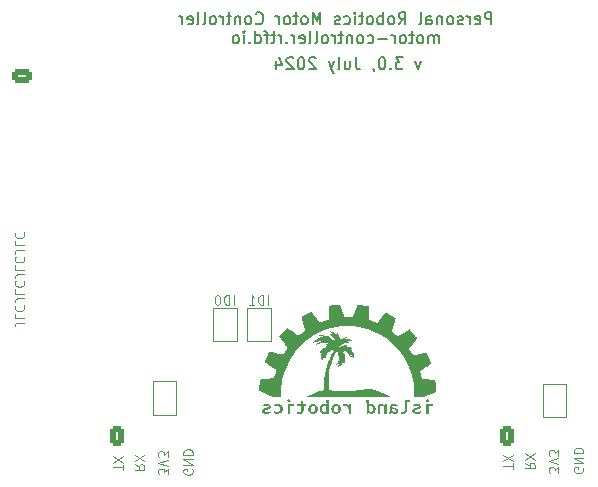
<source format=gbr>
%TF.GenerationSoftware,KiCad,Pcbnew,7.0.8*%
%TF.CreationDate,2024-07-02T17:24:08-04:00*%
%TF.ProjectId,motor-driver,6d6f746f-722d-4647-9269-7665722e6b69,rev?*%
%TF.SameCoordinates,Original*%
%TF.FileFunction,Legend,Bot*%
%TF.FilePolarity,Positive*%
%FSLAX46Y46*%
G04 Gerber Fmt 4.6, Leading zero omitted, Abs format (unit mm)*
G04 Created by KiCad (PCBNEW 7.0.8) date 2024-07-02 17:24:08*
%MOMM*%
%LPD*%
G01*
G04 APERTURE LIST*
G04 Aperture macros list*
%AMRoundRect*
0 Rectangle with rounded corners*
0 $1 Rounding radius*
0 $2 $3 $4 $5 $6 $7 $8 $9 X,Y pos of 4 corners*
0 Add a 4 corners polygon primitive as box body*
4,1,4,$2,$3,$4,$5,$6,$7,$8,$9,$2,$3,0*
0 Add four circle primitives for the rounded corners*
1,1,$1+$1,$2,$3*
1,1,$1+$1,$4,$5*
1,1,$1+$1,$6,$7*
1,1,$1+$1,$8,$9*
0 Add four rect primitives between the rounded corners*
20,1,$1+$1,$2,$3,$4,$5,0*
20,1,$1+$1,$4,$5,$6,$7,0*
20,1,$1+$1,$6,$7,$8,$9,0*
20,1,$1+$1,$8,$9,$2,$3,0*%
%AMFreePoly0*
4,1,6,1.000000,0.000000,0.500000,-0.750000,-0.500000,-0.750000,-0.500000,0.750000,0.500000,0.750000,1.000000,0.000000,1.000000,0.000000,$1*%
%AMFreePoly1*
4,1,6,0.500000,-0.750000,-0.650000,-0.750000,-0.150000,0.000000,-0.650000,0.750000,0.500000,0.750000,0.500000,-0.750000,0.500000,-0.750000,$1*%
G04 Aperture macros list end*
%ADD10C,0.120000*%
%ADD11C,0.150000*%
%ADD12RoundRect,0.250000X-0.625000X0.350000X-0.625000X-0.350000X0.625000X-0.350000X0.625000X0.350000X0*%
%ADD13O,1.750000X1.200000*%
%ADD14C,0.800000*%
%ADD15C,6.400000*%
%ADD16RoundRect,0.250000X-0.350000X-0.625000X0.350000X-0.625000X0.350000X0.625000X-0.350000X0.625000X0*%
%ADD17O,1.200000X1.750000*%
%ADD18R,3.000000X3.000000*%
%ADD19C,3.000000*%
%ADD20R,1.700000X1.700000*%
%ADD21O,1.700000X1.700000*%
%ADD22RoundRect,0.250001X-1.099999X-1.099999X1.099999X-1.099999X1.099999X1.099999X-1.099999X1.099999X0*%
%ADD23C,2.700000*%
%ADD24O,0.890000X1.550000*%
%ADD25O,1.250000X0.950000*%
%ADD26R,2.600000X2.600000*%
%ADD27C,2.600000*%
%ADD28R,1.600000X1.600000*%
%ADD29C,1.600000*%
%ADD30RoundRect,0.250000X0.625000X-0.350000X0.625000X0.350000X-0.625000X0.350000X-0.625000X-0.350000X0*%
%ADD31FreePoly0,90.000000*%
%ADD32FreePoly1,90.000000*%
G04 APERTURE END LIST*
D10*
X169898049Y-134209523D02*
X169936144Y-134285713D01*
X169936144Y-134285713D02*
X169936144Y-134399999D01*
X169936144Y-134399999D02*
X169898049Y-134514285D01*
X169898049Y-134514285D02*
X169821859Y-134590475D01*
X169821859Y-134590475D02*
X169745668Y-134628570D01*
X169745668Y-134628570D02*
X169593287Y-134666666D01*
X169593287Y-134666666D02*
X169479001Y-134666666D01*
X169479001Y-134666666D02*
X169326620Y-134628570D01*
X169326620Y-134628570D02*
X169250430Y-134590475D01*
X169250430Y-134590475D02*
X169174240Y-134514285D01*
X169174240Y-134514285D02*
X169136144Y-134399999D01*
X169136144Y-134399999D02*
X169136144Y-134323808D01*
X169136144Y-134323808D02*
X169174240Y-134209523D01*
X169174240Y-134209523D02*
X169212335Y-134171427D01*
X169212335Y-134171427D02*
X169479001Y-134171427D01*
X169479001Y-134171427D02*
X169479001Y-134323808D01*
X169136144Y-133828570D02*
X169936144Y-133828570D01*
X169936144Y-133828570D02*
X169136144Y-133371427D01*
X169136144Y-133371427D02*
X169936144Y-133371427D01*
X169136144Y-132990475D02*
X169936144Y-132990475D01*
X169936144Y-132990475D02*
X169936144Y-132799999D01*
X169936144Y-132799999D02*
X169898049Y-132685713D01*
X169898049Y-132685713D02*
X169821859Y-132609523D01*
X169821859Y-132609523D02*
X169745668Y-132571428D01*
X169745668Y-132571428D02*
X169593287Y-132533332D01*
X169593287Y-132533332D02*
X169479001Y-132533332D01*
X169479001Y-132533332D02*
X169326620Y-132571428D01*
X169326620Y-132571428D02*
X169250430Y-132609523D01*
X169250430Y-132609523D02*
X169174240Y-132685713D01*
X169174240Y-132685713D02*
X169136144Y-132799999D01*
X169136144Y-132799999D02*
X169136144Y-132990475D01*
X122623144Y-121931238D02*
X122051716Y-121931238D01*
X122051716Y-121931238D02*
X121937430Y-121969333D01*
X121937430Y-121969333D02*
X121861240Y-122045524D01*
X121861240Y-122045524D02*
X121823144Y-122159809D01*
X121823144Y-122159809D02*
X121823144Y-122236000D01*
X121823144Y-121169333D02*
X121823144Y-121550285D01*
X121823144Y-121550285D02*
X122623144Y-121550285D01*
X121899335Y-120445523D02*
X121861240Y-120483619D01*
X121861240Y-120483619D02*
X121823144Y-120597904D01*
X121823144Y-120597904D02*
X121823144Y-120674095D01*
X121823144Y-120674095D02*
X121861240Y-120788381D01*
X121861240Y-120788381D02*
X121937430Y-120864571D01*
X121937430Y-120864571D02*
X122013620Y-120902666D01*
X122013620Y-120902666D02*
X122166001Y-120940762D01*
X122166001Y-120940762D02*
X122280287Y-120940762D01*
X122280287Y-120940762D02*
X122432668Y-120902666D01*
X122432668Y-120902666D02*
X122508859Y-120864571D01*
X122508859Y-120864571D02*
X122585049Y-120788381D01*
X122585049Y-120788381D02*
X122623144Y-120674095D01*
X122623144Y-120674095D02*
X122623144Y-120597904D01*
X122623144Y-120597904D02*
X122585049Y-120483619D01*
X122585049Y-120483619D02*
X122546954Y-120445523D01*
X122623144Y-119874095D02*
X122051716Y-119874095D01*
X122051716Y-119874095D02*
X121937430Y-119912190D01*
X121937430Y-119912190D02*
X121861240Y-119988381D01*
X121861240Y-119988381D02*
X121823144Y-120102666D01*
X121823144Y-120102666D02*
X121823144Y-120178857D01*
X121823144Y-119112190D02*
X121823144Y-119493142D01*
X121823144Y-119493142D02*
X122623144Y-119493142D01*
X121899335Y-118388380D02*
X121861240Y-118426476D01*
X121861240Y-118426476D02*
X121823144Y-118540761D01*
X121823144Y-118540761D02*
X121823144Y-118616952D01*
X121823144Y-118616952D02*
X121861240Y-118731238D01*
X121861240Y-118731238D02*
X121937430Y-118807428D01*
X121937430Y-118807428D02*
X122013620Y-118845523D01*
X122013620Y-118845523D02*
X122166001Y-118883619D01*
X122166001Y-118883619D02*
X122280287Y-118883619D01*
X122280287Y-118883619D02*
X122432668Y-118845523D01*
X122432668Y-118845523D02*
X122508859Y-118807428D01*
X122508859Y-118807428D02*
X122585049Y-118731238D01*
X122585049Y-118731238D02*
X122623144Y-118616952D01*
X122623144Y-118616952D02*
X122623144Y-118540761D01*
X122623144Y-118540761D02*
X122585049Y-118426476D01*
X122585049Y-118426476D02*
X122546954Y-118388380D01*
X122623144Y-117816952D02*
X122051716Y-117816952D01*
X122051716Y-117816952D02*
X121937430Y-117855047D01*
X121937430Y-117855047D02*
X121861240Y-117931238D01*
X121861240Y-117931238D02*
X121823144Y-118045523D01*
X121823144Y-118045523D02*
X121823144Y-118121714D01*
X121823144Y-117055047D02*
X121823144Y-117435999D01*
X121823144Y-117435999D02*
X122623144Y-117435999D01*
X121899335Y-116331237D02*
X121861240Y-116369333D01*
X121861240Y-116369333D02*
X121823144Y-116483618D01*
X121823144Y-116483618D02*
X121823144Y-116559809D01*
X121823144Y-116559809D02*
X121861240Y-116674095D01*
X121861240Y-116674095D02*
X121937430Y-116750285D01*
X121937430Y-116750285D02*
X122013620Y-116788380D01*
X122013620Y-116788380D02*
X122166001Y-116826476D01*
X122166001Y-116826476D02*
X122280287Y-116826476D01*
X122280287Y-116826476D02*
X122432668Y-116788380D01*
X122432668Y-116788380D02*
X122508859Y-116750285D01*
X122508859Y-116750285D02*
X122585049Y-116674095D01*
X122585049Y-116674095D02*
X122623144Y-116559809D01*
X122623144Y-116559809D02*
X122623144Y-116483618D01*
X122623144Y-116483618D02*
X122585049Y-116369333D01*
X122585049Y-116369333D02*
X122546954Y-116331237D01*
X122623144Y-115759809D02*
X122051716Y-115759809D01*
X122051716Y-115759809D02*
X121937430Y-115797904D01*
X121937430Y-115797904D02*
X121861240Y-115874095D01*
X121861240Y-115874095D02*
X121823144Y-115988380D01*
X121823144Y-115988380D02*
X121823144Y-116064571D01*
X121823144Y-114997904D02*
X121823144Y-115378856D01*
X121823144Y-115378856D02*
X122623144Y-115378856D01*
X121899335Y-114274094D02*
X121861240Y-114312190D01*
X121861240Y-114312190D02*
X121823144Y-114426475D01*
X121823144Y-114426475D02*
X121823144Y-114502666D01*
X121823144Y-114502666D02*
X121861240Y-114616952D01*
X121861240Y-114616952D02*
X121937430Y-114693142D01*
X121937430Y-114693142D02*
X122013620Y-114731237D01*
X122013620Y-114731237D02*
X122166001Y-114769333D01*
X122166001Y-114769333D02*
X122280287Y-114769333D01*
X122280287Y-114769333D02*
X122432668Y-114731237D01*
X122432668Y-114731237D02*
X122508859Y-114693142D01*
X122508859Y-114693142D02*
X122585049Y-114616952D01*
X122585049Y-114616952D02*
X122623144Y-114502666D01*
X122623144Y-114502666D02*
X122623144Y-114426475D01*
X122623144Y-114426475D02*
X122585049Y-114312190D01*
X122585049Y-114312190D02*
X122546954Y-114274094D01*
X167811144Y-134640476D02*
X167811144Y-134145238D01*
X167811144Y-134145238D02*
X167506382Y-134411904D01*
X167506382Y-134411904D02*
X167506382Y-134297619D01*
X167506382Y-134297619D02*
X167468287Y-134221428D01*
X167468287Y-134221428D02*
X167430192Y-134183333D01*
X167430192Y-134183333D02*
X167354001Y-134145238D01*
X167354001Y-134145238D02*
X167163525Y-134145238D01*
X167163525Y-134145238D02*
X167087335Y-134183333D01*
X167087335Y-134183333D02*
X167049240Y-134221428D01*
X167049240Y-134221428D02*
X167011144Y-134297619D01*
X167011144Y-134297619D02*
X167011144Y-134526190D01*
X167011144Y-134526190D02*
X167049240Y-134602381D01*
X167049240Y-134602381D02*
X167087335Y-134640476D01*
X167811144Y-133916666D02*
X167011144Y-133649999D01*
X167011144Y-133649999D02*
X167811144Y-133383333D01*
X167811144Y-133192857D02*
X167811144Y-132697619D01*
X167811144Y-132697619D02*
X167506382Y-132964285D01*
X167506382Y-132964285D02*
X167506382Y-132850000D01*
X167506382Y-132850000D02*
X167468287Y-132773809D01*
X167468287Y-132773809D02*
X167430192Y-132735714D01*
X167430192Y-132735714D02*
X167354001Y-132697619D01*
X167354001Y-132697619D02*
X167163525Y-132697619D01*
X167163525Y-132697619D02*
X167087335Y-132735714D01*
X167087335Y-132735714D02*
X167049240Y-132773809D01*
X167049240Y-132773809D02*
X167011144Y-132850000D01*
X167011144Y-132850000D02*
X167011144Y-133078571D01*
X167011144Y-133078571D02*
X167049240Y-133154762D01*
X167049240Y-133154762D02*
X167087335Y-133192857D01*
X130936144Y-134409523D02*
X130936144Y-133952380D01*
X130136144Y-134180952D02*
X130936144Y-134180952D01*
X130936144Y-133761904D02*
X130136144Y-133228570D01*
X130936144Y-133228570D02*
X130136144Y-133761904D01*
X140330576Y-120395855D02*
X140330576Y-119595855D01*
X139949624Y-120395855D02*
X139949624Y-119595855D01*
X139949624Y-119595855D02*
X139759148Y-119595855D01*
X139759148Y-119595855D02*
X139644862Y-119633950D01*
X139644862Y-119633950D02*
X139568672Y-119710140D01*
X139568672Y-119710140D02*
X139530577Y-119786331D01*
X139530577Y-119786331D02*
X139492481Y-119938712D01*
X139492481Y-119938712D02*
X139492481Y-120052998D01*
X139492481Y-120052998D02*
X139530577Y-120205379D01*
X139530577Y-120205379D02*
X139568672Y-120281569D01*
X139568672Y-120281569D02*
X139644862Y-120357760D01*
X139644862Y-120357760D02*
X139759148Y-120395855D01*
X139759148Y-120395855D02*
X139949624Y-120395855D01*
X138997243Y-119595855D02*
X138921053Y-119595855D01*
X138921053Y-119595855D02*
X138844862Y-119633950D01*
X138844862Y-119633950D02*
X138806767Y-119672045D01*
X138806767Y-119672045D02*
X138768672Y-119748236D01*
X138768672Y-119748236D02*
X138730577Y-119900617D01*
X138730577Y-119900617D02*
X138730577Y-120091093D01*
X138730577Y-120091093D02*
X138768672Y-120243474D01*
X138768672Y-120243474D02*
X138806767Y-120319664D01*
X138806767Y-120319664D02*
X138844862Y-120357760D01*
X138844862Y-120357760D02*
X138921053Y-120395855D01*
X138921053Y-120395855D02*
X138997243Y-120395855D01*
X138997243Y-120395855D02*
X139073434Y-120357760D01*
X139073434Y-120357760D02*
X139111529Y-120319664D01*
X139111529Y-120319664D02*
X139149624Y-120243474D01*
X139149624Y-120243474D02*
X139187720Y-120091093D01*
X139187720Y-120091093D02*
X139187720Y-119900617D01*
X139187720Y-119900617D02*
X139149624Y-119748236D01*
X139149624Y-119748236D02*
X139111529Y-119672045D01*
X139111529Y-119672045D02*
X139073434Y-119633950D01*
X139073434Y-119633950D02*
X138997243Y-119595855D01*
X136848049Y-134334523D02*
X136886144Y-134410713D01*
X136886144Y-134410713D02*
X136886144Y-134524999D01*
X136886144Y-134524999D02*
X136848049Y-134639285D01*
X136848049Y-134639285D02*
X136771859Y-134715475D01*
X136771859Y-134715475D02*
X136695668Y-134753570D01*
X136695668Y-134753570D02*
X136543287Y-134791666D01*
X136543287Y-134791666D02*
X136429001Y-134791666D01*
X136429001Y-134791666D02*
X136276620Y-134753570D01*
X136276620Y-134753570D02*
X136200430Y-134715475D01*
X136200430Y-134715475D02*
X136124240Y-134639285D01*
X136124240Y-134639285D02*
X136086144Y-134524999D01*
X136086144Y-134524999D02*
X136086144Y-134448808D01*
X136086144Y-134448808D02*
X136124240Y-134334523D01*
X136124240Y-134334523D02*
X136162335Y-134296427D01*
X136162335Y-134296427D02*
X136429001Y-134296427D01*
X136429001Y-134296427D02*
X136429001Y-134448808D01*
X136086144Y-133953570D02*
X136886144Y-133953570D01*
X136886144Y-133953570D02*
X136086144Y-133496427D01*
X136086144Y-133496427D02*
X136886144Y-133496427D01*
X136086144Y-133115475D02*
X136886144Y-133115475D01*
X136886144Y-133115475D02*
X136886144Y-132924999D01*
X136886144Y-132924999D02*
X136848049Y-132810713D01*
X136848049Y-132810713D02*
X136771859Y-132734523D01*
X136771859Y-132734523D02*
X136695668Y-132696428D01*
X136695668Y-132696428D02*
X136543287Y-132658332D01*
X136543287Y-132658332D02*
X136429001Y-132658332D01*
X136429001Y-132658332D02*
X136276620Y-132696428D01*
X136276620Y-132696428D02*
X136200430Y-132734523D01*
X136200430Y-132734523D02*
X136124240Y-132810713D01*
X136124240Y-132810713D02*
X136086144Y-132924999D01*
X136086144Y-132924999D02*
X136086144Y-133115475D01*
X131961144Y-133908332D02*
X132342097Y-134174999D01*
X131961144Y-134365475D02*
X132761144Y-134365475D01*
X132761144Y-134365475D02*
X132761144Y-134060713D01*
X132761144Y-134060713D02*
X132723049Y-133984523D01*
X132723049Y-133984523D02*
X132684954Y-133946428D01*
X132684954Y-133946428D02*
X132608763Y-133908332D01*
X132608763Y-133908332D02*
X132494478Y-133908332D01*
X132494478Y-133908332D02*
X132418287Y-133946428D01*
X132418287Y-133946428D02*
X132380192Y-133984523D01*
X132380192Y-133984523D02*
X132342097Y-134060713D01*
X132342097Y-134060713D02*
X132342097Y-134365475D01*
X132761144Y-133641666D02*
X131961144Y-133108332D01*
X132761144Y-133108332D02*
X131961144Y-133641666D01*
X143230576Y-120395855D02*
X143230576Y-119595855D01*
X142849624Y-120395855D02*
X142849624Y-119595855D01*
X142849624Y-119595855D02*
X142659148Y-119595855D01*
X142659148Y-119595855D02*
X142544862Y-119633950D01*
X142544862Y-119633950D02*
X142468672Y-119710140D01*
X142468672Y-119710140D02*
X142430577Y-119786331D01*
X142430577Y-119786331D02*
X142392481Y-119938712D01*
X142392481Y-119938712D02*
X142392481Y-120052998D01*
X142392481Y-120052998D02*
X142430577Y-120205379D01*
X142430577Y-120205379D02*
X142468672Y-120281569D01*
X142468672Y-120281569D02*
X142544862Y-120357760D01*
X142544862Y-120357760D02*
X142659148Y-120395855D01*
X142659148Y-120395855D02*
X142849624Y-120395855D01*
X141630577Y-120395855D02*
X142087720Y-120395855D01*
X141859148Y-120395855D02*
X141859148Y-119595855D01*
X141859148Y-119595855D02*
X141935339Y-119710140D01*
X141935339Y-119710140D02*
X142011529Y-119786331D01*
X142011529Y-119786331D02*
X142087720Y-119824426D01*
D11*
X156190476Y-99788152D02*
X155952381Y-100454819D01*
X155952381Y-100454819D02*
X155714286Y-99788152D01*
X154666666Y-99454819D02*
X154047619Y-99454819D01*
X154047619Y-99454819D02*
X154380952Y-99835771D01*
X154380952Y-99835771D02*
X154238095Y-99835771D01*
X154238095Y-99835771D02*
X154142857Y-99883390D01*
X154142857Y-99883390D02*
X154095238Y-99931009D01*
X154095238Y-99931009D02*
X154047619Y-100026247D01*
X154047619Y-100026247D02*
X154047619Y-100264342D01*
X154047619Y-100264342D02*
X154095238Y-100359580D01*
X154095238Y-100359580D02*
X154142857Y-100407200D01*
X154142857Y-100407200D02*
X154238095Y-100454819D01*
X154238095Y-100454819D02*
X154523809Y-100454819D01*
X154523809Y-100454819D02*
X154619047Y-100407200D01*
X154619047Y-100407200D02*
X154666666Y-100359580D01*
X153619047Y-100359580D02*
X153571428Y-100407200D01*
X153571428Y-100407200D02*
X153619047Y-100454819D01*
X153619047Y-100454819D02*
X153666666Y-100407200D01*
X153666666Y-100407200D02*
X153619047Y-100359580D01*
X153619047Y-100359580D02*
X153619047Y-100454819D01*
X152952381Y-99454819D02*
X152857143Y-99454819D01*
X152857143Y-99454819D02*
X152761905Y-99502438D01*
X152761905Y-99502438D02*
X152714286Y-99550057D01*
X152714286Y-99550057D02*
X152666667Y-99645295D01*
X152666667Y-99645295D02*
X152619048Y-99835771D01*
X152619048Y-99835771D02*
X152619048Y-100073866D01*
X152619048Y-100073866D02*
X152666667Y-100264342D01*
X152666667Y-100264342D02*
X152714286Y-100359580D01*
X152714286Y-100359580D02*
X152761905Y-100407200D01*
X152761905Y-100407200D02*
X152857143Y-100454819D01*
X152857143Y-100454819D02*
X152952381Y-100454819D01*
X152952381Y-100454819D02*
X153047619Y-100407200D01*
X153047619Y-100407200D02*
X153095238Y-100359580D01*
X153095238Y-100359580D02*
X153142857Y-100264342D01*
X153142857Y-100264342D02*
X153190476Y-100073866D01*
X153190476Y-100073866D02*
X153190476Y-99835771D01*
X153190476Y-99835771D02*
X153142857Y-99645295D01*
X153142857Y-99645295D02*
X153095238Y-99550057D01*
X153095238Y-99550057D02*
X153047619Y-99502438D01*
X153047619Y-99502438D02*
X152952381Y-99454819D01*
X152142857Y-100407200D02*
X152142857Y-100454819D01*
X152142857Y-100454819D02*
X152190476Y-100550057D01*
X152190476Y-100550057D02*
X152238095Y-100597676D01*
X150666667Y-99454819D02*
X150666667Y-100169104D01*
X150666667Y-100169104D02*
X150714286Y-100311961D01*
X150714286Y-100311961D02*
X150809524Y-100407200D01*
X150809524Y-100407200D02*
X150952381Y-100454819D01*
X150952381Y-100454819D02*
X151047619Y-100454819D01*
X149761905Y-99788152D02*
X149761905Y-100454819D01*
X150190476Y-99788152D02*
X150190476Y-100311961D01*
X150190476Y-100311961D02*
X150142857Y-100407200D01*
X150142857Y-100407200D02*
X150047619Y-100454819D01*
X150047619Y-100454819D02*
X149904762Y-100454819D01*
X149904762Y-100454819D02*
X149809524Y-100407200D01*
X149809524Y-100407200D02*
X149761905Y-100359580D01*
X149142857Y-100454819D02*
X149238095Y-100407200D01*
X149238095Y-100407200D02*
X149285714Y-100311961D01*
X149285714Y-100311961D02*
X149285714Y-99454819D01*
X148857142Y-99788152D02*
X148619047Y-100454819D01*
X148380952Y-99788152D02*
X148619047Y-100454819D01*
X148619047Y-100454819D02*
X148714285Y-100692914D01*
X148714285Y-100692914D02*
X148761904Y-100740533D01*
X148761904Y-100740533D02*
X148857142Y-100788152D01*
X147285713Y-99550057D02*
X147238094Y-99502438D01*
X147238094Y-99502438D02*
X147142856Y-99454819D01*
X147142856Y-99454819D02*
X146904761Y-99454819D01*
X146904761Y-99454819D02*
X146809523Y-99502438D01*
X146809523Y-99502438D02*
X146761904Y-99550057D01*
X146761904Y-99550057D02*
X146714285Y-99645295D01*
X146714285Y-99645295D02*
X146714285Y-99740533D01*
X146714285Y-99740533D02*
X146761904Y-99883390D01*
X146761904Y-99883390D02*
X147333332Y-100454819D01*
X147333332Y-100454819D02*
X146714285Y-100454819D01*
X146095237Y-99454819D02*
X145999999Y-99454819D01*
X145999999Y-99454819D02*
X145904761Y-99502438D01*
X145904761Y-99502438D02*
X145857142Y-99550057D01*
X145857142Y-99550057D02*
X145809523Y-99645295D01*
X145809523Y-99645295D02*
X145761904Y-99835771D01*
X145761904Y-99835771D02*
X145761904Y-100073866D01*
X145761904Y-100073866D02*
X145809523Y-100264342D01*
X145809523Y-100264342D02*
X145857142Y-100359580D01*
X145857142Y-100359580D02*
X145904761Y-100407200D01*
X145904761Y-100407200D02*
X145999999Y-100454819D01*
X145999999Y-100454819D02*
X146095237Y-100454819D01*
X146095237Y-100454819D02*
X146190475Y-100407200D01*
X146190475Y-100407200D02*
X146238094Y-100359580D01*
X146238094Y-100359580D02*
X146285713Y-100264342D01*
X146285713Y-100264342D02*
X146333332Y-100073866D01*
X146333332Y-100073866D02*
X146333332Y-99835771D01*
X146333332Y-99835771D02*
X146285713Y-99645295D01*
X146285713Y-99645295D02*
X146238094Y-99550057D01*
X146238094Y-99550057D02*
X146190475Y-99502438D01*
X146190475Y-99502438D02*
X146095237Y-99454819D01*
X145380951Y-99550057D02*
X145333332Y-99502438D01*
X145333332Y-99502438D02*
X145238094Y-99454819D01*
X145238094Y-99454819D02*
X144999999Y-99454819D01*
X144999999Y-99454819D02*
X144904761Y-99502438D01*
X144904761Y-99502438D02*
X144857142Y-99550057D01*
X144857142Y-99550057D02*
X144809523Y-99645295D01*
X144809523Y-99645295D02*
X144809523Y-99740533D01*
X144809523Y-99740533D02*
X144857142Y-99883390D01*
X144857142Y-99883390D02*
X145428570Y-100454819D01*
X145428570Y-100454819D02*
X144809523Y-100454819D01*
X143952380Y-99788152D02*
X143952380Y-100454819D01*
X144190475Y-99407200D02*
X144428570Y-100121485D01*
X144428570Y-100121485D02*
X143809523Y-100121485D01*
D10*
X134761144Y-134765476D02*
X134761144Y-134270238D01*
X134761144Y-134270238D02*
X134456382Y-134536904D01*
X134456382Y-134536904D02*
X134456382Y-134422619D01*
X134456382Y-134422619D02*
X134418287Y-134346428D01*
X134418287Y-134346428D02*
X134380192Y-134308333D01*
X134380192Y-134308333D02*
X134304001Y-134270238D01*
X134304001Y-134270238D02*
X134113525Y-134270238D01*
X134113525Y-134270238D02*
X134037335Y-134308333D01*
X134037335Y-134308333D02*
X133999240Y-134346428D01*
X133999240Y-134346428D02*
X133961144Y-134422619D01*
X133961144Y-134422619D02*
X133961144Y-134651190D01*
X133961144Y-134651190D02*
X133999240Y-134727381D01*
X133999240Y-134727381D02*
X134037335Y-134765476D01*
X134761144Y-134041666D02*
X133961144Y-133774999D01*
X133961144Y-133774999D02*
X134761144Y-133508333D01*
X134761144Y-133317857D02*
X134761144Y-132822619D01*
X134761144Y-132822619D02*
X134456382Y-133089285D01*
X134456382Y-133089285D02*
X134456382Y-132975000D01*
X134456382Y-132975000D02*
X134418287Y-132898809D01*
X134418287Y-132898809D02*
X134380192Y-132860714D01*
X134380192Y-132860714D02*
X134304001Y-132822619D01*
X134304001Y-132822619D02*
X134113525Y-132822619D01*
X134113525Y-132822619D02*
X134037335Y-132860714D01*
X134037335Y-132860714D02*
X133999240Y-132898809D01*
X133999240Y-132898809D02*
X133961144Y-132975000D01*
X133961144Y-132975000D02*
X133961144Y-133203571D01*
X133961144Y-133203571D02*
X133999240Y-133279762D01*
X133999240Y-133279762D02*
X134037335Y-133317857D01*
X165011144Y-133783332D02*
X165392097Y-134049999D01*
X165011144Y-134240475D02*
X165811144Y-134240475D01*
X165811144Y-134240475D02*
X165811144Y-133935713D01*
X165811144Y-133935713D02*
X165773049Y-133859523D01*
X165773049Y-133859523D02*
X165734954Y-133821428D01*
X165734954Y-133821428D02*
X165658763Y-133783332D01*
X165658763Y-133783332D02*
X165544478Y-133783332D01*
X165544478Y-133783332D02*
X165468287Y-133821428D01*
X165468287Y-133821428D02*
X165430192Y-133859523D01*
X165430192Y-133859523D02*
X165392097Y-133935713D01*
X165392097Y-133935713D02*
X165392097Y-134240475D01*
X165811144Y-133516666D02*
X165011144Y-132983332D01*
X165811144Y-132983332D02*
X165011144Y-133516666D01*
D11*
X162166669Y-96649819D02*
X162166669Y-95649819D01*
X162166669Y-95649819D02*
X161785717Y-95649819D01*
X161785717Y-95649819D02*
X161690479Y-95697438D01*
X161690479Y-95697438D02*
X161642860Y-95745057D01*
X161642860Y-95745057D02*
X161595241Y-95840295D01*
X161595241Y-95840295D02*
X161595241Y-95983152D01*
X161595241Y-95983152D02*
X161642860Y-96078390D01*
X161642860Y-96078390D02*
X161690479Y-96126009D01*
X161690479Y-96126009D02*
X161785717Y-96173628D01*
X161785717Y-96173628D02*
X162166669Y-96173628D01*
X160785717Y-96602200D02*
X160880955Y-96649819D01*
X160880955Y-96649819D02*
X161071431Y-96649819D01*
X161071431Y-96649819D02*
X161166669Y-96602200D01*
X161166669Y-96602200D02*
X161214288Y-96506961D01*
X161214288Y-96506961D02*
X161214288Y-96126009D01*
X161214288Y-96126009D02*
X161166669Y-96030771D01*
X161166669Y-96030771D02*
X161071431Y-95983152D01*
X161071431Y-95983152D02*
X160880955Y-95983152D01*
X160880955Y-95983152D02*
X160785717Y-96030771D01*
X160785717Y-96030771D02*
X160738098Y-96126009D01*
X160738098Y-96126009D02*
X160738098Y-96221247D01*
X160738098Y-96221247D02*
X161214288Y-96316485D01*
X160309526Y-96649819D02*
X160309526Y-95983152D01*
X160309526Y-96173628D02*
X160261907Y-96078390D01*
X160261907Y-96078390D02*
X160214288Y-96030771D01*
X160214288Y-96030771D02*
X160119050Y-95983152D01*
X160119050Y-95983152D02*
X160023812Y-95983152D01*
X159738097Y-96602200D02*
X159642859Y-96649819D01*
X159642859Y-96649819D02*
X159452383Y-96649819D01*
X159452383Y-96649819D02*
X159357145Y-96602200D01*
X159357145Y-96602200D02*
X159309526Y-96506961D01*
X159309526Y-96506961D02*
X159309526Y-96459342D01*
X159309526Y-96459342D02*
X159357145Y-96364104D01*
X159357145Y-96364104D02*
X159452383Y-96316485D01*
X159452383Y-96316485D02*
X159595240Y-96316485D01*
X159595240Y-96316485D02*
X159690478Y-96268866D01*
X159690478Y-96268866D02*
X159738097Y-96173628D01*
X159738097Y-96173628D02*
X159738097Y-96126009D01*
X159738097Y-96126009D02*
X159690478Y-96030771D01*
X159690478Y-96030771D02*
X159595240Y-95983152D01*
X159595240Y-95983152D02*
X159452383Y-95983152D01*
X159452383Y-95983152D02*
X159357145Y-96030771D01*
X158738097Y-96649819D02*
X158833335Y-96602200D01*
X158833335Y-96602200D02*
X158880954Y-96554580D01*
X158880954Y-96554580D02*
X158928573Y-96459342D01*
X158928573Y-96459342D02*
X158928573Y-96173628D01*
X158928573Y-96173628D02*
X158880954Y-96078390D01*
X158880954Y-96078390D02*
X158833335Y-96030771D01*
X158833335Y-96030771D02*
X158738097Y-95983152D01*
X158738097Y-95983152D02*
X158595240Y-95983152D01*
X158595240Y-95983152D02*
X158500002Y-96030771D01*
X158500002Y-96030771D02*
X158452383Y-96078390D01*
X158452383Y-96078390D02*
X158404764Y-96173628D01*
X158404764Y-96173628D02*
X158404764Y-96459342D01*
X158404764Y-96459342D02*
X158452383Y-96554580D01*
X158452383Y-96554580D02*
X158500002Y-96602200D01*
X158500002Y-96602200D02*
X158595240Y-96649819D01*
X158595240Y-96649819D02*
X158738097Y-96649819D01*
X157976192Y-95983152D02*
X157976192Y-96649819D01*
X157976192Y-96078390D02*
X157928573Y-96030771D01*
X157928573Y-96030771D02*
X157833335Y-95983152D01*
X157833335Y-95983152D02*
X157690478Y-95983152D01*
X157690478Y-95983152D02*
X157595240Y-96030771D01*
X157595240Y-96030771D02*
X157547621Y-96126009D01*
X157547621Y-96126009D02*
X157547621Y-96649819D01*
X156642859Y-96649819D02*
X156642859Y-96126009D01*
X156642859Y-96126009D02*
X156690478Y-96030771D01*
X156690478Y-96030771D02*
X156785716Y-95983152D01*
X156785716Y-95983152D02*
X156976192Y-95983152D01*
X156976192Y-95983152D02*
X157071430Y-96030771D01*
X156642859Y-96602200D02*
X156738097Y-96649819D01*
X156738097Y-96649819D02*
X156976192Y-96649819D01*
X156976192Y-96649819D02*
X157071430Y-96602200D01*
X157071430Y-96602200D02*
X157119049Y-96506961D01*
X157119049Y-96506961D02*
X157119049Y-96411723D01*
X157119049Y-96411723D02*
X157071430Y-96316485D01*
X157071430Y-96316485D02*
X156976192Y-96268866D01*
X156976192Y-96268866D02*
X156738097Y-96268866D01*
X156738097Y-96268866D02*
X156642859Y-96221247D01*
X156023811Y-96649819D02*
X156119049Y-96602200D01*
X156119049Y-96602200D02*
X156166668Y-96506961D01*
X156166668Y-96506961D02*
X156166668Y-95649819D01*
X154309525Y-96649819D02*
X154642858Y-96173628D01*
X154880953Y-96649819D02*
X154880953Y-95649819D01*
X154880953Y-95649819D02*
X154500001Y-95649819D01*
X154500001Y-95649819D02*
X154404763Y-95697438D01*
X154404763Y-95697438D02*
X154357144Y-95745057D01*
X154357144Y-95745057D02*
X154309525Y-95840295D01*
X154309525Y-95840295D02*
X154309525Y-95983152D01*
X154309525Y-95983152D02*
X154357144Y-96078390D01*
X154357144Y-96078390D02*
X154404763Y-96126009D01*
X154404763Y-96126009D02*
X154500001Y-96173628D01*
X154500001Y-96173628D02*
X154880953Y-96173628D01*
X153738096Y-96649819D02*
X153833334Y-96602200D01*
X153833334Y-96602200D02*
X153880953Y-96554580D01*
X153880953Y-96554580D02*
X153928572Y-96459342D01*
X153928572Y-96459342D02*
X153928572Y-96173628D01*
X153928572Y-96173628D02*
X153880953Y-96078390D01*
X153880953Y-96078390D02*
X153833334Y-96030771D01*
X153833334Y-96030771D02*
X153738096Y-95983152D01*
X153738096Y-95983152D02*
X153595239Y-95983152D01*
X153595239Y-95983152D02*
X153500001Y-96030771D01*
X153500001Y-96030771D02*
X153452382Y-96078390D01*
X153452382Y-96078390D02*
X153404763Y-96173628D01*
X153404763Y-96173628D02*
X153404763Y-96459342D01*
X153404763Y-96459342D02*
X153452382Y-96554580D01*
X153452382Y-96554580D02*
X153500001Y-96602200D01*
X153500001Y-96602200D02*
X153595239Y-96649819D01*
X153595239Y-96649819D02*
X153738096Y-96649819D01*
X152976191Y-96649819D02*
X152976191Y-95649819D01*
X152976191Y-96030771D02*
X152880953Y-95983152D01*
X152880953Y-95983152D02*
X152690477Y-95983152D01*
X152690477Y-95983152D02*
X152595239Y-96030771D01*
X152595239Y-96030771D02*
X152547620Y-96078390D01*
X152547620Y-96078390D02*
X152500001Y-96173628D01*
X152500001Y-96173628D02*
X152500001Y-96459342D01*
X152500001Y-96459342D02*
X152547620Y-96554580D01*
X152547620Y-96554580D02*
X152595239Y-96602200D01*
X152595239Y-96602200D02*
X152690477Y-96649819D01*
X152690477Y-96649819D02*
X152880953Y-96649819D01*
X152880953Y-96649819D02*
X152976191Y-96602200D01*
X151928572Y-96649819D02*
X152023810Y-96602200D01*
X152023810Y-96602200D02*
X152071429Y-96554580D01*
X152071429Y-96554580D02*
X152119048Y-96459342D01*
X152119048Y-96459342D02*
X152119048Y-96173628D01*
X152119048Y-96173628D02*
X152071429Y-96078390D01*
X152071429Y-96078390D02*
X152023810Y-96030771D01*
X152023810Y-96030771D02*
X151928572Y-95983152D01*
X151928572Y-95983152D02*
X151785715Y-95983152D01*
X151785715Y-95983152D02*
X151690477Y-96030771D01*
X151690477Y-96030771D02*
X151642858Y-96078390D01*
X151642858Y-96078390D02*
X151595239Y-96173628D01*
X151595239Y-96173628D02*
X151595239Y-96459342D01*
X151595239Y-96459342D02*
X151642858Y-96554580D01*
X151642858Y-96554580D02*
X151690477Y-96602200D01*
X151690477Y-96602200D02*
X151785715Y-96649819D01*
X151785715Y-96649819D02*
X151928572Y-96649819D01*
X151309524Y-95983152D02*
X150928572Y-95983152D01*
X151166667Y-95649819D02*
X151166667Y-96506961D01*
X151166667Y-96506961D02*
X151119048Y-96602200D01*
X151119048Y-96602200D02*
X151023810Y-96649819D01*
X151023810Y-96649819D02*
X150928572Y-96649819D01*
X150595238Y-96649819D02*
X150595238Y-95983152D01*
X150595238Y-95649819D02*
X150642857Y-95697438D01*
X150642857Y-95697438D02*
X150595238Y-95745057D01*
X150595238Y-95745057D02*
X150547619Y-95697438D01*
X150547619Y-95697438D02*
X150595238Y-95649819D01*
X150595238Y-95649819D02*
X150595238Y-95745057D01*
X149690477Y-96602200D02*
X149785715Y-96649819D01*
X149785715Y-96649819D02*
X149976191Y-96649819D01*
X149976191Y-96649819D02*
X150071429Y-96602200D01*
X150071429Y-96602200D02*
X150119048Y-96554580D01*
X150119048Y-96554580D02*
X150166667Y-96459342D01*
X150166667Y-96459342D02*
X150166667Y-96173628D01*
X150166667Y-96173628D02*
X150119048Y-96078390D01*
X150119048Y-96078390D02*
X150071429Y-96030771D01*
X150071429Y-96030771D02*
X149976191Y-95983152D01*
X149976191Y-95983152D02*
X149785715Y-95983152D01*
X149785715Y-95983152D02*
X149690477Y-96030771D01*
X149309524Y-96602200D02*
X149214286Y-96649819D01*
X149214286Y-96649819D02*
X149023810Y-96649819D01*
X149023810Y-96649819D02*
X148928572Y-96602200D01*
X148928572Y-96602200D02*
X148880953Y-96506961D01*
X148880953Y-96506961D02*
X148880953Y-96459342D01*
X148880953Y-96459342D02*
X148928572Y-96364104D01*
X148928572Y-96364104D02*
X149023810Y-96316485D01*
X149023810Y-96316485D02*
X149166667Y-96316485D01*
X149166667Y-96316485D02*
X149261905Y-96268866D01*
X149261905Y-96268866D02*
X149309524Y-96173628D01*
X149309524Y-96173628D02*
X149309524Y-96126009D01*
X149309524Y-96126009D02*
X149261905Y-96030771D01*
X149261905Y-96030771D02*
X149166667Y-95983152D01*
X149166667Y-95983152D02*
X149023810Y-95983152D01*
X149023810Y-95983152D02*
X148928572Y-96030771D01*
X147690476Y-96649819D02*
X147690476Y-95649819D01*
X147690476Y-95649819D02*
X147357143Y-96364104D01*
X147357143Y-96364104D02*
X147023810Y-95649819D01*
X147023810Y-95649819D02*
X147023810Y-96649819D01*
X146404762Y-96649819D02*
X146500000Y-96602200D01*
X146500000Y-96602200D02*
X146547619Y-96554580D01*
X146547619Y-96554580D02*
X146595238Y-96459342D01*
X146595238Y-96459342D02*
X146595238Y-96173628D01*
X146595238Y-96173628D02*
X146547619Y-96078390D01*
X146547619Y-96078390D02*
X146500000Y-96030771D01*
X146500000Y-96030771D02*
X146404762Y-95983152D01*
X146404762Y-95983152D02*
X146261905Y-95983152D01*
X146261905Y-95983152D02*
X146166667Y-96030771D01*
X146166667Y-96030771D02*
X146119048Y-96078390D01*
X146119048Y-96078390D02*
X146071429Y-96173628D01*
X146071429Y-96173628D02*
X146071429Y-96459342D01*
X146071429Y-96459342D02*
X146119048Y-96554580D01*
X146119048Y-96554580D02*
X146166667Y-96602200D01*
X146166667Y-96602200D02*
X146261905Y-96649819D01*
X146261905Y-96649819D02*
X146404762Y-96649819D01*
X145785714Y-95983152D02*
X145404762Y-95983152D01*
X145642857Y-95649819D02*
X145642857Y-96506961D01*
X145642857Y-96506961D02*
X145595238Y-96602200D01*
X145595238Y-96602200D02*
X145500000Y-96649819D01*
X145500000Y-96649819D02*
X145404762Y-96649819D01*
X144928571Y-96649819D02*
X145023809Y-96602200D01*
X145023809Y-96602200D02*
X145071428Y-96554580D01*
X145071428Y-96554580D02*
X145119047Y-96459342D01*
X145119047Y-96459342D02*
X145119047Y-96173628D01*
X145119047Y-96173628D02*
X145071428Y-96078390D01*
X145071428Y-96078390D02*
X145023809Y-96030771D01*
X145023809Y-96030771D02*
X144928571Y-95983152D01*
X144928571Y-95983152D02*
X144785714Y-95983152D01*
X144785714Y-95983152D02*
X144690476Y-96030771D01*
X144690476Y-96030771D02*
X144642857Y-96078390D01*
X144642857Y-96078390D02*
X144595238Y-96173628D01*
X144595238Y-96173628D02*
X144595238Y-96459342D01*
X144595238Y-96459342D02*
X144642857Y-96554580D01*
X144642857Y-96554580D02*
X144690476Y-96602200D01*
X144690476Y-96602200D02*
X144785714Y-96649819D01*
X144785714Y-96649819D02*
X144928571Y-96649819D01*
X144166666Y-96649819D02*
X144166666Y-95983152D01*
X144166666Y-96173628D02*
X144119047Y-96078390D01*
X144119047Y-96078390D02*
X144071428Y-96030771D01*
X144071428Y-96030771D02*
X143976190Y-95983152D01*
X143976190Y-95983152D02*
X143880952Y-95983152D01*
X142214285Y-96554580D02*
X142261904Y-96602200D01*
X142261904Y-96602200D02*
X142404761Y-96649819D01*
X142404761Y-96649819D02*
X142499999Y-96649819D01*
X142499999Y-96649819D02*
X142642856Y-96602200D01*
X142642856Y-96602200D02*
X142738094Y-96506961D01*
X142738094Y-96506961D02*
X142785713Y-96411723D01*
X142785713Y-96411723D02*
X142833332Y-96221247D01*
X142833332Y-96221247D02*
X142833332Y-96078390D01*
X142833332Y-96078390D02*
X142785713Y-95887914D01*
X142785713Y-95887914D02*
X142738094Y-95792676D01*
X142738094Y-95792676D02*
X142642856Y-95697438D01*
X142642856Y-95697438D02*
X142499999Y-95649819D01*
X142499999Y-95649819D02*
X142404761Y-95649819D01*
X142404761Y-95649819D02*
X142261904Y-95697438D01*
X142261904Y-95697438D02*
X142214285Y-95745057D01*
X141642856Y-96649819D02*
X141738094Y-96602200D01*
X141738094Y-96602200D02*
X141785713Y-96554580D01*
X141785713Y-96554580D02*
X141833332Y-96459342D01*
X141833332Y-96459342D02*
X141833332Y-96173628D01*
X141833332Y-96173628D02*
X141785713Y-96078390D01*
X141785713Y-96078390D02*
X141738094Y-96030771D01*
X141738094Y-96030771D02*
X141642856Y-95983152D01*
X141642856Y-95983152D02*
X141499999Y-95983152D01*
X141499999Y-95983152D02*
X141404761Y-96030771D01*
X141404761Y-96030771D02*
X141357142Y-96078390D01*
X141357142Y-96078390D02*
X141309523Y-96173628D01*
X141309523Y-96173628D02*
X141309523Y-96459342D01*
X141309523Y-96459342D02*
X141357142Y-96554580D01*
X141357142Y-96554580D02*
X141404761Y-96602200D01*
X141404761Y-96602200D02*
X141499999Y-96649819D01*
X141499999Y-96649819D02*
X141642856Y-96649819D01*
X140880951Y-95983152D02*
X140880951Y-96649819D01*
X140880951Y-96078390D02*
X140833332Y-96030771D01*
X140833332Y-96030771D02*
X140738094Y-95983152D01*
X140738094Y-95983152D02*
X140595237Y-95983152D01*
X140595237Y-95983152D02*
X140499999Y-96030771D01*
X140499999Y-96030771D02*
X140452380Y-96126009D01*
X140452380Y-96126009D02*
X140452380Y-96649819D01*
X140119046Y-95983152D02*
X139738094Y-95983152D01*
X139976189Y-95649819D02*
X139976189Y-96506961D01*
X139976189Y-96506961D02*
X139928570Y-96602200D01*
X139928570Y-96602200D02*
X139833332Y-96649819D01*
X139833332Y-96649819D02*
X139738094Y-96649819D01*
X139404760Y-96649819D02*
X139404760Y-95983152D01*
X139404760Y-96173628D02*
X139357141Y-96078390D01*
X139357141Y-96078390D02*
X139309522Y-96030771D01*
X139309522Y-96030771D02*
X139214284Y-95983152D01*
X139214284Y-95983152D02*
X139119046Y-95983152D01*
X138642855Y-96649819D02*
X138738093Y-96602200D01*
X138738093Y-96602200D02*
X138785712Y-96554580D01*
X138785712Y-96554580D02*
X138833331Y-96459342D01*
X138833331Y-96459342D02*
X138833331Y-96173628D01*
X138833331Y-96173628D02*
X138785712Y-96078390D01*
X138785712Y-96078390D02*
X138738093Y-96030771D01*
X138738093Y-96030771D02*
X138642855Y-95983152D01*
X138642855Y-95983152D02*
X138499998Y-95983152D01*
X138499998Y-95983152D02*
X138404760Y-96030771D01*
X138404760Y-96030771D02*
X138357141Y-96078390D01*
X138357141Y-96078390D02*
X138309522Y-96173628D01*
X138309522Y-96173628D02*
X138309522Y-96459342D01*
X138309522Y-96459342D02*
X138357141Y-96554580D01*
X138357141Y-96554580D02*
X138404760Y-96602200D01*
X138404760Y-96602200D02*
X138499998Y-96649819D01*
X138499998Y-96649819D02*
X138642855Y-96649819D01*
X137738093Y-96649819D02*
X137833331Y-96602200D01*
X137833331Y-96602200D02*
X137880950Y-96506961D01*
X137880950Y-96506961D02*
X137880950Y-95649819D01*
X137214283Y-96649819D02*
X137309521Y-96602200D01*
X137309521Y-96602200D02*
X137357140Y-96506961D01*
X137357140Y-96506961D02*
X137357140Y-95649819D01*
X136452378Y-96602200D02*
X136547616Y-96649819D01*
X136547616Y-96649819D02*
X136738092Y-96649819D01*
X136738092Y-96649819D02*
X136833330Y-96602200D01*
X136833330Y-96602200D02*
X136880949Y-96506961D01*
X136880949Y-96506961D02*
X136880949Y-96126009D01*
X136880949Y-96126009D02*
X136833330Y-96030771D01*
X136833330Y-96030771D02*
X136738092Y-95983152D01*
X136738092Y-95983152D02*
X136547616Y-95983152D01*
X136547616Y-95983152D02*
X136452378Y-96030771D01*
X136452378Y-96030771D02*
X136404759Y-96126009D01*
X136404759Y-96126009D02*
X136404759Y-96221247D01*
X136404759Y-96221247D02*
X136880949Y-96316485D01*
X135976187Y-96649819D02*
X135976187Y-95983152D01*
X135976187Y-96173628D02*
X135928568Y-96078390D01*
X135928568Y-96078390D02*
X135880949Y-96030771D01*
X135880949Y-96030771D02*
X135785711Y-95983152D01*
X135785711Y-95983152D02*
X135690473Y-95983152D01*
X157690477Y-98259819D02*
X157690477Y-97593152D01*
X157690477Y-97688390D02*
X157642858Y-97640771D01*
X157642858Y-97640771D02*
X157547620Y-97593152D01*
X157547620Y-97593152D02*
X157404763Y-97593152D01*
X157404763Y-97593152D02*
X157309525Y-97640771D01*
X157309525Y-97640771D02*
X157261906Y-97736009D01*
X157261906Y-97736009D02*
X157261906Y-98259819D01*
X157261906Y-97736009D02*
X157214287Y-97640771D01*
X157214287Y-97640771D02*
X157119049Y-97593152D01*
X157119049Y-97593152D02*
X156976192Y-97593152D01*
X156976192Y-97593152D02*
X156880953Y-97640771D01*
X156880953Y-97640771D02*
X156833334Y-97736009D01*
X156833334Y-97736009D02*
X156833334Y-98259819D01*
X156214287Y-98259819D02*
X156309525Y-98212200D01*
X156309525Y-98212200D02*
X156357144Y-98164580D01*
X156357144Y-98164580D02*
X156404763Y-98069342D01*
X156404763Y-98069342D02*
X156404763Y-97783628D01*
X156404763Y-97783628D02*
X156357144Y-97688390D01*
X156357144Y-97688390D02*
X156309525Y-97640771D01*
X156309525Y-97640771D02*
X156214287Y-97593152D01*
X156214287Y-97593152D02*
X156071430Y-97593152D01*
X156071430Y-97593152D02*
X155976192Y-97640771D01*
X155976192Y-97640771D02*
X155928573Y-97688390D01*
X155928573Y-97688390D02*
X155880954Y-97783628D01*
X155880954Y-97783628D02*
X155880954Y-98069342D01*
X155880954Y-98069342D02*
X155928573Y-98164580D01*
X155928573Y-98164580D02*
X155976192Y-98212200D01*
X155976192Y-98212200D02*
X156071430Y-98259819D01*
X156071430Y-98259819D02*
X156214287Y-98259819D01*
X155595239Y-97593152D02*
X155214287Y-97593152D01*
X155452382Y-97259819D02*
X155452382Y-98116961D01*
X155452382Y-98116961D02*
X155404763Y-98212200D01*
X155404763Y-98212200D02*
X155309525Y-98259819D01*
X155309525Y-98259819D02*
X155214287Y-98259819D01*
X154738096Y-98259819D02*
X154833334Y-98212200D01*
X154833334Y-98212200D02*
X154880953Y-98164580D01*
X154880953Y-98164580D02*
X154928572Y-98069342D01*
X154928572Y-98069342D02*
X154928572Y-97783628D01*
X154928572Y-97783628D02*
X154880953Y-97688390D01*
X154880953Y-97688390D02*
X154833334Y-97640771D01*
X154833334Y-97640771D02*
X154738096Y-97593152D01*
X154738096Y-97593152D02*
X154595239Y-97593152D01*
X154595239Y-97593152D02*
X154500001Y-97640771D01*
X154500001Y-97640771D02*
X154452382Y-97688390D01*
X154452382Y-97688390D02*
X154404763Y-97783628D01*
X154404763Y-97783628D02*
X154404763Y-98069342D01*
X154404763Y-98069342D02*
X154452382Y-98164580D01*
X154452382Y-98164580D02*
X154500001Y-98212200D01*
X154500001Y-98212200D02*
X154595239Y-98259819D01*
X154595239Y-98259819D02*
X154738096Y-98259819D01*
X153976191Y-98259819D02*
X153976191Y-97593152D01*
X153976191Y-97783628D02*
X153928572Y-97688390D01*
X153928572Y-97688390D02*
X153880953Y-97640771D01*
X153880953Y-97640771D02*
X153785715Y-97593152D01*
X153785715Y-97593152D02*
X153690477Y-97593152D01*
X153357143Y-97878866D02*
X152595239Y-97878866D01*
X151690477Y-98212200D02*
X151785715Y-98259819D01*
X151785715Y-98259819D02*
X151976191Y-98259819D01*
X151976191Y-98259819D02*
X152071429Y-98212200D01*
X152071429Y-98212200D02*
X152119048Y-98164580D01*
X152119048Y-98164580D02*
X152166667Y-98069342D01*
X152166667Y-98069342D02*
X152166667Y-97783628D01*
X152166667Y-97783628D02*
X152119048Y-97688390D01*
X152119048Y-97688390D02*
X152071429Y-97640771D01*
X152071429Y-97640771D02*
X151976191Y-97593152D01*
X151976191Y-97593152D02*
X151785715Y-97593152D01*
X151785715Y-97593152D02*
X151690477Y-97640771D01*
X151119048Y-98259819D02*
X151214286Y-98212200D01*
X151214286Y-98212200D02*
X151261905Y-98164580D01*
X151261905Y-98164580D02*
X151309524Y-98069342D01*
X151309524Y-98069342D02*
X151309524Y-97783628D01*
X151309524Y-97783628D02*
X151261905Y-97688390D01*
X151261905Y-97688390D02*
X151214286Y-97640771D01*
X151214286Y-97640771D02*
X151119048Y-97593152D01*
X151119048Y-97593152D02*
X150976191Y-97593152D01*
X150976191Y-97593152D02*
X150880953Y-97640771D01*
X150880953Y-97640771D02*
X150833334Y-97688390D01*
X150833334Y-97688390D02*
X150785715Y-97783628D01*
X150785715Y-97783628D02*
X150785715Y-98069342D01*
X150785715Y-98069342D02*
X150833334Y-98164580D01*
X150833334Y-98164580D02*
X150880953Y-98212200D01*
X150880953Y-98212200D02*
X150976191Y-98259819D01*
X150976191Y-98259819D02*
X151119048Y-98259819D01*
X150357143Y-97593152D02*
X150357143Y-98259819D01*
X150357143Y-97688390D02*
X150309524Y-97640771D01*
X150309524Y-97640771D02*
X150214286Y-97593152D01*
X150214286Y-97593152D02*
X150071429Y-97593152D01*
X150071429Y-97593152D02*
X149976191Y-97640771D01*
X149976191Y-97640771D02*
X149928572Y-97736009D01*
X149928572Y-97736009D02*
X149928572Y-98259819D01*
X149595238Y-97593152D02*
X149214286Y-97593152D01*
X149452381Y-97259819D02*
X149452381Y-98116961D01*
X149452381Y-98116961D02*
X149404762Y-98212200D01*
X149404762Y-98212200D02*
X149309524Y-98259819D01*
X149309524Y-98259819D02*
X149214286Y-98259819D01*
X148880952Y-98259819D02*
X148880952Y-97593152D01*
X148880952Y-97783628D02*
X148833333Y-97688390D01*
X148833333Y-97688390D02*
X148785714Y-97640771D01*
X148785714Y-97640771D02*
X148690476Y-97593152D01*
X148690476Y-97593152D02*
X148595238Y-97593152D01*
X148119047Y-98259819D02*
X148214285Y-98212200D01*
X148214285Y-98212200D02*
X148261904Y-98164580D01*
X148261904Y-98164580D02*
X148309523Y-98069342D01*
X148309523Y-98069342D02*
X148309523Y-97783628D01*
X148309523Y-97783628D02*
X148261904Y-97688390D01*
X148261904Y-97688390D02*
X148214285Y-97640771D01*
X148214285Y-97640771D02*
X148119047Y-97593152D01*
X148119047Y-97593152D02*
X147976190Y-97593152D01*
X147976190Y-97593152D02*
X147880952Y-97640771D01*
X147880952Y-97640771D02*
X147833333Y-97688390D01*
X147833333Y-97688390D02*
X147785714Y-97783628D01*
X147785714Y-97783628D02*
X147785714Y-98069342D01*
X147785714Y-98069342D02*
X147833333Y-98164580D01*
X147833333Y-98164580D02*
X147880952Y-98212200D01*
X147880952Y-98212200D02*
X147976190Y-98259819D01*
X147976190Y-98259819D02*
X148119047Y-98259819D01*
X147214285Y-98259819D02*
X147309523Y-98212200D01*
X147309523Y-98212200D02*
X147357142Y-98116961D01*
X147357142Y-98116961D02*
X147357142Y-97259819D01*
X146690475Y-98259819D02*
X146785713Y-98212200D01*
X146785713Y-98212200D02*
X146833332Y-98116961D01*
X146833332Y-98116961D02*
X146833332Y-97259819D01*
X145928570Y-98212200D02*
X146023808Y-98259819D01*
X146023808Y-98259819D02*
X146214284Y-98259819D01*
X146214284Y-98259819D02*
X146309522Y-98212200D01*
X146309522Y-98212200D02*
X146357141Y-98116961D01*
X146357141Y-98116961D02*
X146357141Y-97736009D01*
X146357141Y-97736009D02*
X146309522Y-97640771D01*
X146309522Y-97640771D02*
X146214284Y-97593152D01*
X146214284Y-97593152D02*
X146023808Y-97593152D01*
X146023808Y-97593152D02*
X145928570Y-97640771D01*
X145928570Y-97640771D02*
X145880951Y-97736009D01*
X145880951Y-97736009D02*
X145880951Y-97831247D01*
X145880951Y-97831247D02*
X146357141Y-97926485D01*
X145452379Y-98259819D02*
X145452379Y-97593152D01*
X145452379Y-97783628D02*
X145404760Y-97688390D01*
X145404760Y-97688390D02*
X145357141Y-97640771D01*
X145357141Y-97640771D02*
X145261903Y-97593152D01*
X145261903Y-97593152D02*
X145166665Y-97593152D01*
X144833331Y-98164580D02*
X144785712Y-98212200D01*
X144785712Y-98212200D02*
X144833331Y-98259819D01*
X144833331Y-98259819D02*
X144880950Y-98212200D01*
X144880950Y-98212200D02*
X144833331Y-98164580D01*
X144833331Y-98164580D02*
X144833331Y-98259819D01*
X144357141Y-98259819D02*
X144357141Y-97593152D01*
X144357141Y-97783628D02*
X144309522Y-97688390D01*
X144309522Y-97688390D02*
X144261903Y-97640771D01*
X144261903Y-97640771D02*
X144166665Y-97593152D01*
X144166665Y-97593152D02*
X144071427Y-97593152D01*
X143880950Y-97593152D02*
X143499998Y-97593152D01*
X143738093Y-97259819D02*
X143738093Y-98116961D01*
X143738093Y-98116961D02*
X143690474Y-98212200D01*
X143690474Y-98212200D02*
X143595236Y-98259819D01*
X143595236Y-98259819D02*
X143499998Y-98259819D01*
X143309521Y-97593152D02*
X142928569Y-97593152D01*
X143166664Y-98259819D02*
X143166664Y-97402676D01*
X143166664Y-97402676D02*
X143119045Y-97307438D01*
X143119045Y-97307438D02*
X143023807Y-97259819D01*
X143023807Y-97259819D02*
X142928569Y-97259819D01*
X142166664Y-98259819D02*
X142166664Y-97259819D01*
X142166664Y-98212200D02*
X142261902Y-98259819D01*
X142261902Y-98259819D02*
X142452378Y-98259819D01*
X142452378Y-98259819D02*
X142547616Y-98212200D01*
X142547616Y-98212200D02*
X142595235Y-98164580D01*
X142595235Y-98164580D02*
X142642854Y-98069342D01*
X142642854Y-98069342D02*
X142642854Y-97783628D01*
X142642854Y-97783628D02*
X142595235Y-97688390D01*
X142595235Y-97688390D02*
X142547616Y-97640771D01*
X142547616Y-97640771D02*
X142452378Y-97593152D01*
X142452378Y-97593152D02*
X142261902Y-97593152D01*
X142261902Y-97593152D02*
X142166664Y-97640771D01*
X141690473Y-98164580D02*
X141642854Y-98212200D01*
X141642854Y-98212200D02*
X141690473Y-98259819D01*
X141690473Y-98259819D02*
X141738092Y-98212200D01*
X141738092Y-98212200D02*
X141690473Y-98164580D01*
X141690473Y-98164580D02*
X141690473Y-98259819D01*
X141214283Y-98259819D02*
X141214283Y-97593152D01*
X141214283Y-97259819D02*
X141261902Y-97307438D01*
X141261902Y-97307438D02*
X141214283Y-97355057D01*
X141214283Y-97355057D02*
X141166664Y-97307438D01*
X141166664Y-97307438D02*
X141214283Y-97259819D01*
X141214283Y-97259819D02*
X141214283Y-97355057D01*
X140595236Y-98259819D02*
X140690474Y-98212200D01*
X140690474Y-98212200D02*
X140738093Y-98164580D01*
X140738093Y-98164580D02*
X140785712Y-98069342D01*
X140785712Y-98069342D02*
X140785712Y-97783628D01*
X140785712Y-97783628D02*
X140738093Y-97688390D01*
X140738093Y-97688390D02*
X140690474Y-97640771D01*
X140690474Y-97640771D02*
X140595236Y-97593152D01*
X140595236Y-97593152D02*
X140452379Y-97593152D01*
X140452379Y-97593152D02*
X140357141Y-97640771D01*
X140357141Y-97640771D02*
X140309522Y-97688390D01*
X140309522Y-97688390D02*
X140261903Y-97783628D01*
X140261903Y-97783628D02*
X140261903Y-98069342D01*
X140261903Y-98069342D02*
X140309522Y-98164580D01*
X140309522Y-98164580D02*
X140357141Y-98212200D01*
X140357141Y-98212200D02*
X140452379Y-98259819D01*
X140452379Y-98259819D02*
X140595236Y-98259819D01*
D10*
X163986144Y-134284523D02*
X163986144Y-133827380D01*
X163186144Y-134055952D02*
X163986144Y-134055952D01*
X163986144Y-133636904D02*
X163186144Y-133103570D01*
X163986144Y-133103570D02*
X163186144Y-133636904D01*
%TO.C,G\u002A\u002A\u002A*%
G36*
X157200577Y-128959584D02*
G01*
X156848614Y-128959584D01*
X156848614Y-129619515D01*
X156657967Y-129619515D01*
X156657967Y-128798267D01*
X157200577Y-128798267D01*
X157200577Y-128959584D01*
G37*
G36*
X145061337Y-128405604D02*
G01*
X145111878Y-128428358D01*
X145146350Y-128467248D01*
X145161869Y-128515762D01*
X145155551Y-128567389D01*
X145124511Y-128615620D01*
X145085121Y-128641762D01*
X145028736Y-128653630D01*
X144972034Y-128644542D01*
X144925489Y-128614552D01*
X144906583Y-128589662D01*
X144889490Y-128538083D01*
X144896216Y-128487607D01*
X144923830Y-128444186D01*
X144969404Y-128413770D01*
X145030006Y-128402309D01*
X145061337Y-128405604D01*
G37*
G36*
X145453810Y-128959584D02*
G01*
X145116512Y-128959584D01*
X145116512Y-129279772D01*
X145116433Y-129319249D01*
X145115624Y-129409816D01*
X145114049Y-129488597D01*
X145111848Y-129551204D01*
X145109157Y-129593253D01*
X145106115Y-129610358D01*
X145092084Y-129614548D01*
X145055802Y-129617146D01*
X145007126Y-129616468D01*
X144918533Y-129612182D01*
X144914635Y-129205225D01*
X144910737Y-128798267D01*
X145453810Y-128798267D01*
X145453810Y-128959584D01*
G37*
G36*
X156791842Y-128405436D02*
G01*
X156845120Y-128427339D01*
X156881871Y-128465153D01*
X156899165Y-128512926D01*
X156894069Y-128564710D01*
X156863656Y-128614552D01*
X156850042Y-128627572D01*
X156814623Y-128646452D01*
X156764733Y-128651616D01*
X156731140Y-128648770D01*
X156676218Y-128626726D01*
X156641038Y-128585196D01*
X156628637Y-128526963D01*
X156631194Y-128499614D01*
X156654407Y-128448186D01*
X156698433Y-128414436D01*
X156759139Y-128402309D01*
X156791842Y-128405436D01*
G37*
G36*
X155279445Y-128607621D02*
G01*
X155017890Y-128607621D01*
X155012681Y-129014578D01*
X155012166Y-129053764D01*
X155010185Y-129176121D01*
X155007506Y-129273734D01*
X155003504Y-129350187D01*
X154997555Y-129409064D01*
X154989035Y-129453947D01*
X154977320Y-129488421D01*
X154961785Y-129516068D01*
X154941806Y-129540473D01*
X154916760Y-129565217D01*
X154910760Y-129570627D01*
X154869722Y-129600212D01*
X154830629Y-129618951D01*
X154808359Y-129624443D01*
X154730554Y-129632175D01*
X154644431Y-129627774D01*
X154563516Y-129611614D01*
X154533098Y-129602232D01*
X154500277Y-129590977D01*
X154487528Y-129584896D01*
X154488908Y-129579437D01*
X154497250Y-129552987D01*
X154510637Y-129512924D01*
X154519958Y-129486592D01*
X154533008Y-129460191D01*
X154547671Y-129452890D01*
X154570252Y-129458983D01*
X154604974Y-129468978D01*
X154670151Y-129473840D01*
X154729978Y-129462765D01*
X154774165Y-129436867D01*
X154810161Y-129400871D01*
X154810161Y-128446304D01*
X155279445Y-128446304D01*
X155279445Y-128607621D01*
G37*
G36*
X149822236Y-128791624D02*
G01*
X149897344Y-128814017D01*
X149931919Y-128833116D01*
X149984634Y-128870304D01*
X150032996Y-128912133D01*
X150102655Y-128980479D01*
X150102856Y-128922370D01*
X150103565Y-128883036D01*
X150109130Y-128837382D01*
X150124035Y-128811844D01*
X150152736Y-128800710D01*
X150199689Y-128798267D01*
X150278637Y-128798267D01*
X150278637Y-129620855D01*
X150179647Y-129616518D01*
X150080658Y-129612182D01*
X150073325Y-129377540D01*
X150070636Y-129300352D01*
X150066530Y-129224971D01*
X150060435Y-129169656D01*
X150051055Y-129129233D01*
X150037096Y-129098529D01*
X150017263Y-129072370D01*
X149990263Y-129045582D01*
X149943657Y-129007118D01*
X149886796Y-128976888D01*
X149821757Y-128962878D01*
X149738794Y-128961842D01*
X149701111Y-128963434D01*
X149659509Y-128963636D01*
X149636351Y-128959349D01*
X149624923Y-128948809D01*
X149618516Y-128930254D01*
X149616908Y-128924190D01*
X149602824Y-128869874D01*
X149596792Y-128836847D01*
X149599674Y-128818527D01*
X149612334Y-128808330D01*
X149635634Y-128799676D01*
X149658812Y-128793008D01*
X149738013Y-128784363D01*
X149822236Y-128791624D01*
G37*
G36*
X152892500Y-128790882D02*
G01*
X152978049Y-128822211D01*
X153059796Y-128876658D01*
X153070472Y-128885495D01*
X153098719Y-128906989D01*
X153113905Y-128915588D01*
X153115419Y-128914689D01*
X153121641Y-128895956D01*
X153126453Y-128860594D01*
X153131004Y-128805600D01*
X153207996Y-128801167D01*
X153284988Y-128796735D01*
X153284988Y-129619515D01*
X153094341Y-129619515D01*
X153094341Y-129064525D01*
X153034268Y-129013105D01*
X152974722Y-128973433D01*
X152909966Y-128952149D01*
X152849270Y-128952590D01*
X152797958Y-128974655D01*
X152761355Y-129018244D01*
X152756629Y-129031966D01*
X152750380Y-129071797D01*
X152746039Y-129134671D01*
X152743485Y-129222672D01*
X152742595Y-129337881D01*
X152742378Y-129620855D01*
X152643389Y-129616518D01*
X152544399Y-129612182D01*
X152545187Y-129303293D01*
X152545398Y-129237024D01*
X152546058Y-129149343D01*
X152547496Y-129083569D01*
X152550154Y-129035094D01*
X152554475Y-128999309D01*
X152560902Y-128971604D01*
X152569880Y-128947370D01*
X152581849Y-128921999D01*
X152601865Y-128888259D01*
X152657831Y-128831361D01*
X152727912Y-128795882D01*
X152807628Y-128782248D01*
X152892500Y-128790882D01*
G37*
G36*
X147459660Y-129253500D02*
G01*
X147441655Y-129349188D01*
X147409008Y-129430963D01*
X147390826Y-129459693D01*
X147330228Y-129527755D01*
X147256311Y-129583272D01*
X147178947Y-129618209D01*
X147111490Y-129630266D01*
X147017915Y-129629799D01*
X146926651Y-129612603D01*
X146849802Y-129579792D01*
X146771613Y-129519678D01*
X146711537Y-129440564D01*
X146671509Y-129345986D01*
X146653464Y-129239475D01*
X146655028Y-129208891D01*
X146854912Y-129208891D01*
X146858471Y-129280009D01*
X146874623Y-129351163D01*
X146905768Y-129404187D01*
X146954031Y-129444127D01*
X146963676Y-129449552D01*
X147029547Y-129469598D01*
X147100259Y-129468171D01*
X147163471Y-129445210D01*
X147178149Y-129435142D01*
X147224371Y-129381388D01*
X147252462Y-129305580D01*
X147261934Y-129208891D01*
X147256360Y-129134279D01*
X147232589Y-129053625D01*
X147191149Y-128994246D01*
X147133135Y-128957571D01*
X147059642Y-128945028D01*
X147000266Y-128952057D01*
X146937414Y-128982187D01*
X146891909Y-129035460D01*
X146864244Y-129111240D01*
X146854912Y-129208891D01*
X146655028Y-129208891D01*
X146659339Y-129124566D01*
X146680356Y-129041999D01*
X146728023Y-128949327D01*
X146795916Y-128875138D01*
X146880982Y-128821820D01*
X146980168Y-128791763D01*
X147090419Y-128787354D01*
X147167201Y-128800781D01*
X147263771Y-128841018D01*
X147345690Y-128903459D01*
X147408988Y-128984848D01*
X147449693Y-129081930D01*
X147461593Y-129156175D01*
X147460546Y-129208891D01*
X147459660Y-129253500D01*
G37*
G36*
X146236314Y-128603954D02*
G01*
X146236493Y-128605045D01*
X146242909Y-128658562D01*
X146245790Y-128710277D01*
X146245847Y-128714041D01*
X146249532Y-128753181D01*
X146257050Y-128778697D01*
X146257727Y-128779565D01*
X146279112Y-128789370D01*
X146320685Y-128798918D01*
X146374146Y-128806255D01*
X146480369Y-128816722D01*
X146480369Y-128959584D01*
X146260392Y-128959584D01*
X146260310Y-129168562D01*
X146260229Y-129189092D01*
X146258579Y-129268932D01*
X146255134Y-129341179D01*
X146250322Y-129398590D01*
X146244574Y-129433919D01*
X146237599Y-129454393D01*
X146198720Y-129520028D01*
X146142242Y-129575776D01*
X146077078Y-129612150D01*
X146048152Y-129619994D01*
X145985985Y-129628356D01*
X145914046Y-129630863D01*
X145840109Y-129627938D01*
X145771945Y-129620003D01*
X145717327Y-129607481D01*
X145684027Y-129590793D01*
X145681221Y-129584138D01*
X145681422Y-129554785D01*
X145689077Y-129513121D01*
X145697300Y-129482041D01*
X145707879Y-129458477D01*
X145723751Y-129453027D01*
X145752066Y-129459619D01*
X145789769Y-129467071D01*
X145848399Y-129471871D01*
X145909806Y-129471721D01*
X145963408Y-129466732D01*
X145998626Y-129457018D01*
X146005157Y-129453191D01*
X146030719Y-129428491D01*
X146049093Y-129389623D01*
X146061144Y-129332857D01*
X146067740Y-129254460D01*
X146069746Y-129150701D01*
X146069746Y-128959584D01*
X145703117Y-128959584D01*
X145703117Y-128798267D01*
X146069746Y-128798267D01*
X146069746Y-128548960D01*
X146227224Y-128548960D01*
X146236314Y-128603954D01*
G37*
G36*
X144112496Y-128792565D02*
G01*
X144162830Y-128798191D01*
X144205591Y-128809837D01*
X144251270Y-128829396D01*
X144310972Y-128861919D01*
X144392705Y-128927380D01*
X144449352Y-129006839D01*
X144482237Y-129102414D01*
X144492680Y-129216224D01*
X144491131Y-129278876D01*
X144485022Y-129326228D01*
X144471775Y-129367090D01*
X144448807Y-129413053D01*
X144395526Y-129490467D01*
X144317492Y-129558908D01*
X144218934Y-129607280D01*
X144143213Y-129625927D01*
X144037472Y-129631563D01*
X143931407Y-129617710D01*
X143836462Y-129585035D01*
X143783063Y-129557530D01*
X143747470Y-129533135D01*
X143733575Y-129510011D01*
X143738511Y-129483023D01*
X143759411Y-129447035D01*
X143797322Y-129389747D01*
X143879711Y-129431305D01*
X143959151Y-129461168D01*
X144045430Y-129471165D01*
X144124740Y-129458122D01*
X144193219Y-129424044D01*
X144247001Y-129370938D01*
X144282224Y-129300809D01*
X144295024Y-129215665D01*
X144287007Y-129143835D01*
X144256158Y-129067249D01*
X144205995Y-129007137D01*
X144140619Y-128965914D01*
X144064129Y-128945993D01*
X143980627Y-128949788D01*
X143894212Y-128979712D01*
X143825485Y-129014506D01*
X143780711Y-128957975D01*
X143766041Y-128937829D01*
X143748219Y-128905555D01*
X143745334Y-128886239D01*
X143756446Y-128876066D01*
X143787945Y-128855236D01*
X143830685Y-128831120D01*
X143842380Y-128825082D01*
X143882360Y-128807388D01*
X143921757Y-128797099D01*
X143970527Y-128792299D01*
X144038625Y-128791070D01*
X144044100Y-128791069D01*
X144112496Y-128792565D01*
G37*
G36*
X149418979Y-129208891D02*
G01*
X149410871Y-129300312D01*
X149379086Y-129403717D01*
X149325182Y-129492122D01*
X149251238Y-129562306D01*
X149159333Y-129611052D01*
X149139766Y-129617213D01*
X149064741Y-129628734D01*
X148980461Y-129628202D01*
X148899191Y-129616273D01*
X148833197Y-129593603D01*
X148832322Y-129593153D01*
X148746128Y-129533064D01*
X148679154Y-129454145D01*
X148633052Y-129361022D01*
X148609472Y-129258321D01*
X148609837Y-129192242D01*
X148811634Y-129192242D01*
X148816128Y-129270437D01*
X148834504Y-129343446D01*
X148866803Y-129404672D01*
X148913065Y-129447520D01*
X148918219Y-129450425D01*
X148982427Y-129470053D01*
X149052707Y-129467553D01*
X149117278Y-129443175D01*
X149158846Y-129406797D01*
X149195293Y-129345200D01*
X149216093Y-129270904D01*
X149220953Y-129190727D01*
X149209581Y-129111490D01*
X149181687Y-129040011D01*
X149136977Y-128983109D01*
X149136845Y-128982993D01*
X149092190Y-128959474D01*
X149032521Y-128948235D01*
X148969817Y-128950192D01*
X148916056Y-128966256D01*
X148881034Y-128992498D01*
X148844128Y-129046677D01*
X148820981Y-129115457D01*
X148811634Y-129192242D01*
X148609837Y-129192242D01*
X148610067Y-129150667D01*
X148636488Y-129042687D01*
X148675883Y-128964695D01*
X148740550Y-128889107D01*
X148820278Y-128833166D01*
X148910515Y-128797967D01*
X149006710Y-128784605D01*
X149104312Y-128794176D01*
X149198770Y-128827775D01*
X149285532Y-128886497D01*
X149317551Y-128917722D01*
X149374665Y-128999336D01*
X149408092Y-129095467D01*
X149417236Y-129190727D01*
X149418979Y-129208891D01*
G37*
G36*
X148394168Y-129612182D02*
G01*
X148319149Y-129616546D01*
X148280437Y-129618212D01*
X148254257Y-129614900D01*
X148241901Y-129601911D01*
X148234971Y-129575114D01*
X148225811Y-129529318D01*
X148182667Y-129560040D01*
X148138996Y-129587327D01*
X148090864Y-129611897D01*
X148027668Y-129629683D01*
X147940811Y-129628027D01*
X147850519Y-129599265D01*
X147796969Y-129568969D01*
X147724166Y-129502050D01*
X147672524Y-129414862D01*
X147642026Y-129307376D01*
X147633968Y-129197421D01*
X147829883Y-129197421D01*
X147830138Y-129211275D01*
X147842465Y-129301194D01*
X147871519Y-129377769D01*
X147914885Y-129434268D01*
X147942433Y-129451882D01*
X148000950Y-129466906D01*
X148068003Y-129464679D01*
X148133862Y-129444736D01*
X148196189Y-129415637D01*
X148195989Y-129025577D01*
X148144315Y-128990385D01*
X148139256Y-128987092D01*
X148084107Y-128962132D01*
X148023428Y-128948613D01*
X147962822Y-128951703D01*
X147905610Y-128978384D01*
X147863838Y-129028932D01*
X147838323Y-129102294D01*
X147829883Y-129197421D01*
X147633968Y-129197421D01*
X147632659Y-129179561D01*
X147640994Y-129077605D01*
X147668908Y-128975722D01*
X147715323Y-128894047D01*
X147779104Y-128833978D01*
X147859113Y-128796912D01*
X147954214Y-128784246D01*
X147987971Y-128786562D01*
X148060629Y-128802959D01*
X148130305Y-128831132D01*
X148183872Y-128866386D01*
X148187238Y-128869307D01*
X148195682Y-128873747D01*
X148201194Y-128868082D01*
X148204090Y-128848474D01*
X148204686Y-128811084D01*
X148203297Y-128752072D01*
X148200241Y-128667600D01*
X148191736Y-128446304D01*
X148401837Y-128446304D01*
X148398003Y-129029243D01*
X148395461Y-129415637D01*
X148394168Y-129612182D01*
G37*
G36*
X152354543Y-129247705D02*
G01*
X152343784Y-129342157D01*
X152319533Y-129421535D01*
X152284445Y-129486334D01*
X152223915Y-129557465D01*
X152148441Y-129606377D01*
X152122411Y-129616633D01*
X152038084Y-129630928D01*
X151949440Y-129622371D01*
X151864881Y-129592468D01*
X151792811Y-129542722D01*
X151759815Y-129511746D01*
X151759590Y-129547299D01*
X151757896Y-129572801D01*
X151745197Y-129602611D01*
X151715416Y-129615944D01*
X151663073Y-129616744D01*
X151591166Y-129612182D01*
X151587331Y-129029243D01*
X151587184Y-129006952D01*
X151789145Y-129006952D01*
X151789370Y-129192246D01*
X151789385Y-129198895D01*
X151790423Y-129269980D01*
X151792825Y-129330328D01*
X151796252Y-129373742D01*
X151800368Y-129394026D01*
X151803415Y-129397795D01*
X151827223Y-129417957D01*
X151862471Y-129441633D01*
X151924471Y-129466745D01*
X151995474Y-129469277D01*
X152061898Y-129445043D01*
X152080941Y-129431022D01*
X152120721Y-129379481D01*
X152145506Y-129312141D01*
X152155462Y-129235724D01*
X152150755Y-129156953D01*
X152131549Y-129082550D01*
X152098010Y-129019236D01*
X152050304Y-128973736D01*
X152024629Y-128961131D01*
X151959483Y-128948526D01*
X151890302Y-128955211D01*
X151829053Y-128980804D01*
X151789145Y-129006952D01*
X151587184Y-129006952D01*
X151583497Y-128446304D01*
X151793453Y-128446304D01*
X151777595Y-128869948D01*
X151835581Y-128831575D01*
X151866677Y-128814567D01*
X151943259Y-128791183D01*
X152025906Y-128784873D01*
X152101566Y-128797317D01*
X152155422Y-128823617D01*
X152219866Y-128874118D01*
X152276900Y-128937851D01*
X152318124Y-129006693D01*
X152335729Y-129057376D01*
X152351845Y-129149129D01*
X152354215Y-129235724D01*
X152354543Y-129247705D01*
G37*
G36*
X155930405Y-128788174D02*
G01*
X156018839Y-128808302D01*
X156094035Y-128843138D01*
X156152308Y-128891207D01*
X156189974Y-128951033D01*
X156203348Y-129021141D01*
X156200478Y-129060673D01*
X156182101Y-129117168D01*
X156144537Y-129164548D01*
X156085255Y-129204852D01*
X156001721Y-129240121D01*
X155891405Y-129272393D01*
X155814295Y-129293358D01*
X155748527Y-129316045D01*
X155705680Y-129338546D01*
X155682417Y-129362681D01*
X155675404Y-129390270D01*
X155675739Y-129399305D01*
X155688249Y-129436758D01*
X155720787Y-129461758D01*
X155776035Y-129475628D01*
X155856676Y-129479693D01*
X155915866Y-129478201D01*
X155969002Y-129471771D01*
X156017686Y-129457558D01*
X156075259Y-129432694D01*
X156174479Y-129386198D01*
X156212300Y-129443349D01*
X156223538Y-129461636D01*
X156239240Y-129494939D01*
X156241587Y-129514309D01*
X156227558Y-129526609D01*
X156190419Y-129547573D01*
X156138816Y-129571194D01*
X156080357Y-129594051D01*
X156022648Y-129612725D01*
X156008596Y-129616323D01*
X155924221Y-129627933D01*
X155820293Y-129628770D01*
X155762590Y-129625281D01*
X155707729Y-129617550D01*
X155662227Y-129603694D01*
X155614981Y-129581135D01*
X155551882Y-129536719D01*
X155504018Y-129476861D01*
X155480178Y-129410881D01*
X155480266Y-129343503D01*
X155504185Y-129279449D01*
X155551840Y-129223442D01*
X155623135Y-129180204D01*
X155637135Y-129174714D01*
X155687236Y-129158001D01*
X155751313Y-129139206D01*
X155818967Y-129121448D01*
X155894033Y-129101236D01*
X155954642Y-129079293D01*
X155991795Y-129056605D01*
X156008541Y-129031232D01*
X156007932Y-129001235D01*
X155986751Y-128964856D01*
X155942829Y-128940325D01*
X155880323Y-128930988D01*
X155802637Y-128936901D01*
X155713178Y-128958121D01*
X155615349Y-128994705D01*
X155607519Y-128996596D01*
X155582761Y-128986085D01*
X155550550Y-128950686D01*
X155509143Y-128896398D01*
X155542711Y-128869216D01*
X155542758Y-128869178D01*
X155573688Y-128851239D01*
X155622422Y-128830343D01*
X155678430Y-128811007D01*
X155728564Y-128797939D01*
X155832419Y-128784227D01*
X155930405Y-128788174D01*
G37*
G36*
X154282217Y-129395434D02*
G01*
X154281638Y-129413777D01*
X154263572Y-129490449D01*
X154220005Y-129552779D01*
X154150671Y-129601183D01*
X154137150Y-129607526D01*
X154051613Y-129629724D01*
X153957661Y-129627913D01*
X153861372Y-129602824D01*
X153768829Y-129555190D01*
X153741793Y-129538971D01*
X153713538Y-129531705D01*
X153699443Y-129548534D01*
X153695612Y-129591384D01*
X153694885Y-129600210D01*
X153686070Y-129612531D01*
X153661714Y-129618168D01*
X153614953Y-129619515D01*
X153534295Y-129619515D01*
X153534377Y-129337211D01*
X153534641Y-129301095D01*
X153724942Y-129301095D01*
X153725422Y-129332852D01*
X153730095Y-129369166D01*
X153743057Y-129392681D01*
X153768289Y-129413741D01*
X153768922Y-129414190D01*
X153811344Y-129439543D01*
X153852613Y-129457522D01*
X153921359Y-129474281D01*
X153992818Y-129477574D01*
X154046343Y-129461893D01*
X154079929Y-129427918D01*
X154091570Y-129376331D01*
X154086706Y-129344631D01*
X154058615Y-129302140D01*
X154004792Y-129268904D01*
X153924399Y-129244470D01*
X153816599Y-129228389D01*
X153724942Y-129219315D01*
X153724942Y-129301095D01*
X153534641Y-129301095D01*
X153534951Y-129258671D01*
X153537107Y-129167517D01*
X153540623Y-129089893D01*
X153545249Y-129031064D01*
X153550730Y-128996295D01*
X153551613Y-128993250D01*
X153581208Y-128933920D01*
X153629595Y-128875981D01*
X153687835Y-128828374D01*
X153746988Y-128800037D01*
X153839331Y-128785103D01*
X153953930Y-128789245D01*
X154072287Y-128814670D01*
X154186893Y-128860348D01*
X154203564Y-128868820D01*
X154235686Y-128885720D01*
X154250893Y-128894622D01*
X154250078Y-128899940D01*
X154239467Y-128923482D01*
X154221607Y-128957092D01*
X154201626Y-128991320D01*
X154184651Y-129016718D01*
X154171402Y-129014585D01*
X154138571Y-129002747D01*
X154093707Y-128983721D01*
X154077603Y-128976813D01*
X153990126Y-128950145D01*
X153908570Y-128942680D01*
X153838375Y-128954390D01*
X153784981Y-128985248D01*
X153778399Y-128991675D01*
X153749293Y-129026764D01*
X153732750Y-129057574D01*
X153730336Y-129067623D01*
X153732990Y-129082944D01*
X153752046Y-129091783D01*
X153793930Y-129098431D01*
X153906562Y-129115184D01*
X154028391Y-129141939D01*
X154124278Y-129175303D01*
X154195913Y-129216306D01*
X154244987Y-129265977D01*
X154273191Y-129325343D01*
X154279757Y-129376331D01*
X154282217Y-129395434D01*
G37*
G36*
X143189411Y-128788036D02*
G01*
X143278265Y-128803036D01*
X143351568Y-128829400D01*
X143395054Y-128854721D01*
X143445594Y-128900130D01*
X143473061Y-128955155D01*
X143481351Y-129025689D01*
X143481303Y-129035006D01*
X143477648Y-129082836D01*
X143465003Y-129116410D01*
X143438926Y-129148591D01*
X143405114Y-129179566D01*
X143365465Y-129205483D01*
X143314544Y-129228539D01*
X143246480Y-129251387D01*
X143155402Y-129276679D01*
X143088832Y-129294937D01*
X143028803Y-129314438D01*
X142990142Y-129332256D01*
X142968703Y-129350391D01*
X142960339Y-129370846D01*
X142958734Y-129410548D01*
X142973637Y-129443152D01*
X143011596Y-129466279D01*
X143026985Y-129471989D01*
X143106712Y-129485531D01*
X143199377Y-129480272D01*
X143297956Y-129457114D01*
X143395422Y-129416960D01*
X143456144Y-129385913D01*
X143494411Y-129443739D01*
X143506501Y-129462388D01*
X143525278Y-129493421D01*
X143532679Y-129508965D01*
X143527027Y-129515880D01*
X143500226Y-129532629D01*
X143457823Y-129553990D01*
X143406999Y-129576638D01*
X143354938Y-129597252D01*
X143308822Y-129612510D01*
X143308661Y-129612556D01*
X143238737Y-129624939D01*
X143154149Y-129629235D01*
X143065716Y-129625856D01*
X142984258Y-129615215D01*
X142920596Y-129597724D01*
X142882514Y-129579026D01*
X142818763Y-129527429D01*
X142776961Y-129462150D01*
X142759567Y-129387871D01*
X142769041Y-129309273D01*
X142787266Y-129270941D01*
X142837568Y-129219686D01*
X142914314Y-129176685D01*
X143016262Y-129142778D01*
X143016347Y-129142756D01*
X143106828Y-129119525D01*
X143173047Y-129101754D01*
X143219201Y-129087818D01*
X143249486Y-129076093D01*
X143268098Y-129064955D01*
X143279233Y-129052779D01*
X143287088Y-129037941D01*
X143295879Y-129010941D01*
X143288743Y-128989893D01*
X143261643Y-128963428D01*
X143237957Y-128945189D01*
X143211905Y-128934128D01*
X143176800Y-128930987D01*
X143122615Y-128933617D01*
X143079304Y-128938842D01*
X143010528Y-128953604D01*
X142953170Y-128972975D01*
X142880080Y-129005439D01*
X142839751Y-128957401D01*
X142830211Y-128945552D01*
X142808211Y-128913365D01*
X142799422Y-128892284D01*
X142808425Y-128879711D01*
X142840038Y-128859802D01*
X142888316Y-128837528D01*
X142946870Y-128815775D01*
X143009307Y-128797432D01*
X143012764Y-128796583D01*
X143096934Y-128785513D01*
X143189411Y-128788036D01*
G37*
G36*
X149314676Y-120384400D02*
G01*
X149331195Y-120393849D01*
X149344601Y-120411732D01*
X149348589Y-120419083D01*
X149364266Y-120454871D01*
X149387359Y-120513063D01*
X149416484Y-120589846D01*
X149450259Y-120681406D01*
X149487299Y-120783930D01*
X149526222Y-120893604D01*
X149565645Y-121006615D01*
X149604185Y-121119150D01*
X149640458Y-121227396D01*
X149709589Y-121436374D01*
X150078438Y-121436255D01*
X150447286Y-121436136D01*
X150533134Y-121197946D01*
X150553578Y-121141019D01*
X150592402Y-121032178D01*
X150634586Y-120913198D01*
X150676266Y-120794988D01*
X150713580Y-120688452D01*
X150716312Y-120680633D01*
X150746586Y-120596069D01*
X150774850Y-120520650D01*
X150799264Y-120459037D01*
X150817986Y-120415893D01*
X150829174Y-120395878D01*
X150837443Y-120389099D01*
X150854349Y-120383280D01*
X150881951Y-120382828D01*
X150926278Y-120387837D01*
X150993357Y-120398398D01*
X151067287Y-120410751D01*
X151241956Y-120440587D01*
X151393805Y-120467521D01*
X151521798Y-120491351D01*
X151624899Y-120511873D01*
X151702071Y-120528884D01*
X151752277Y-120542181D01*
X151774480Y-120551560D01*
X151779288Y-120558520D01*
X151784305Y-120574331D01*
X151788492Y-120600688D01*
X151791986Y-120640275D01*
X151794922Y-120695774D01*
X151797437Y-120769869D01*
X151799666Y-120865245D01*
X151801745Y-120984583D01*
X151803810Y-121130567D01*
X151811143Y-121688987D01*
X152155067Y-121811024D01*
X152245867Y-121843124D01*
X152332348Y-121873191D01*
X152397361Y-121894852D01*
X152444224Y-121909001D01*
X152476260Y-121916533D01*
X152496790Y-121918340D01*
X152509134Y-121915318D01*
X152516613Y-121908361D01*
X152523239Y-121899171D01*
X152558185Y-121852354D01*
X152605122Y-121791274D01*
X152661541Y-121719043D01*
X152724933Y-121638769D01*
X152792786Y-121553564D01*
X152862592Y-121466536D01*
X152931841Y-121380797D01*
X152998023Y-121299456D01*
X153058628Y-121225623D01*
X153111147Y-121162410D01*
X153153069Y-121112925D01*
X153181885Y-121080279D01*
X153195086Y-121067583D01*
X153207437Y-121069206D01*
X153243376Y-121083226D01*
X153297823Y-121108995D01*
X153367075Y-121144393D01*
X153447427Y-121187301D01*
X153535175Y-121235601D01*
X153626615Y-121287172D01*
X153718042Y-121339896D01*
X153805751Y-121391653D01*
X153886039Y-121440325D01*
X153955201Y-121483791D01*
X154009533Y-121519932D01*
X154045330Y-121546629D01*
X154058888Y-121561764D01*
X154058930Y-121562296D01*
X154054601Y-121584093D01*
X154041773Y-121630122D01*
X154021473Y-121697126D01*
X153994728Y-121781848D01*
X153962564Y-121881031D01*
X153926010Y-121991419D01*
X153886091Y-122109754D01*
X153882051Y-122121633D01*
X153842804Y-122238291D01*
X153807342Y-122345884D01*
X153776637Y-122441303D01*
X153751660Y-122521442D01*
X153733379Y-122583191D01*
X153722767Y-122623444D01*
X153720793Y-122639093D01*
X153721770Y-122639934D01*
X153746382Y-122660199D01*
X153788921Y-122694424D01*
X153844560Y-122738792D01*
X153908469Y-122789490D01*
X153975821Y-122842701D01*
X154041787Y-122894611D01*
X154101540Y-122941404D01*
X154150250Y-122979266D01*
X154183089Y-123004381D01*
X154267276Y-123067518D01*
X154723394Y-122778162D01*
X154724827Y-122777252D01*
X154829522Y-122711105D01*
X154927139Y-122649932D01*
X155014740Y-122595538D01*
X155089385Y-122549727D01*
X155148135Y-122514302D01*
X155188052Y-122491067D01*
X155206196Y-122481827D01*
X155209785Y-122481225D01*
X155222220Y-122483439D01*
X155239153Y-122492985D01*
X155262408Y-122511726D01*
X155293813Y-122541529D01*
X155335194Y-122584259D01*
X155388378Y-122641780D01*
X155455191Y-122715957D01*
X155537459Y-122808656D01*
X155637009Y-122921741D01*
X155656915Y-122944498D01*
X155727004Y-123026228D01*
X155784912Y-123096397D01*
X155828689Y-123152526D01*
X155856385Y-123192138D01*
X155866050Y-123212755D01*
X155860366Y-123227929D01*
X155838879Y-123263910D01*
X155804224Y-123314702D01*
X155759414Y-123375926D01*
X155707460Y-123443207D01*
X155665235Y-123496869D01*
X155593775Y-123588691D01*
X155516404Y-123689048D01*
X155439968Y-123789048D01*
X155371316Y-123879795D01*
X155193761Y-124116116D01*
X155383520Y-124400407D01*
X155453608Y-124503918D01*
X155510048Y-124583876D01*
X155552683Y-124639948D01*
X155582048Y-124672838D01*
X155598677Y-124683248D01*
X155611421Y-124681120D01*
X155650735Y-124673077D01*
X155712463Y-124659787D01*
X155793109Y-124642022D01*
X155889173Y-124620552D01*
X155997157Y-124596152D01*
X156113564Y-124569593D01*
X156200859Y-124549729D01*
X156312704Y-124524721D01*
X156414158Y-124502534D01*
X156501587Y-124483938D01*
X156571356Y-124469702D01*
X156619832Y-124460596D01*
X156643380Y-124457390D01*
X156673703Y-124462018D01*
X156698004Y-124475721D01*
X156706457Y-124492366D01*
X156724318Y-124532497D01*
X156749740Y-124591800D01*
X156781033Y-124666149D01*
X156816511Y-124751418D01*
X156854484Y-124843482D01*
X156893263Y-124938215D01*
X156931161Y-125031491D01*
X156966488Y-125119186D01*
X156997557Y-125197173D01*
X157022678Y-125261328D01*
X157040163Y-125307524D01*
X157048323Y-125331637D01*
X157047375Y-125364453D01*
X157022128Y-125397170D01*
X157005345Y-125409961D01*
X156965815Y-125437571D01*
X156908545Y-125476366D01*
X156837327Y-125523871D01*
X156755952Y-125577611D01*
X156668212Y-125635112D01*
X156577899Y-125693898D01*
X156488804Y-125751495D01*
X156404719Y-125805426D01*
X156329435Y-125853218D01*
X156266745Y-125892395D01*
X156220439Y-125920482D01*
X156127542Y-125975230D01*
X156136525Y-126031708D01*
X156137266Y-126036246D01*
X156146122Y-126083191D01*
X156159560Y-126146962D01*
X156176366Y-126222506D01*
X156195330Y-126304772D01*
X156215237Y-126388709D01*
X156234877Y-126469265D01*
X156253037Y-126541389D01*
X156268503Y-126600028D01*
X156280065Y-126640131D01*
X156286509Y-126656646D01*
X156293863Y-126658809D01*
X156327232Y-126664311D01*
X156384066Y-126671931D01*
X156460826Y-126681245D01*
X156553975Y-126691829D01*
X156659975Y-126703262D01*
X156775288Y-126715119D01*
X156804491Y-126718054D01*
X156950339Y-126732817D01*
X157070105Y-126745217D01*
X157166429Y-126755627D01*
X157241949Y-126764419D01*
X157299306Y-126771964D01*
X157341138Y-126778634D01*
X157370086Y-126784802D01*
X157388788Y-126790840D01*
X157399884Y-126797119D01*
X157406013Y-126804011D01*
X157409626Y-126811629D01*
X157414566Y-126829437D01*
X157419585Y-126858201D01*
X157425016Y-126900969D01*
X157431197Y-126960793D01*
X157438461Y-127040721D01*
X157447145Y-127143805D01*
X157457584Y-127273094D01*
X157463452Y-127346566D01*
X157471108Y-127441995D01*
X157478243Y-127530473D01*
X157484257Y-127604570D01*
X157488551Y-127656858D01*
X157497896Y-127769317D01*
X157396899Y-127819867D01*
X157394221Y-127821203D01*
X157319567Y-127856063D01*
X157223945Y-127897272D01*
X157112676Y-127942830D01*
X156991081Y-127990741D01*
X156864481Y-128039005D01*
X156738199Y-128085626D01*
X156617555Y-128128604D01*
X156507870Y-128165942D01*
X156414467Y-128195642D01*
X156342667Y-128215705D01*
X156334292Y-128216821D01*
X156298225Y-128218921D01*
X156239784Y-128220855D01*
X156163551Y-128222512D01*
X156074109Y-128223783D01*
X155976039Y-128224557D01*
X155638741Y-128226188D01*
X155636198Y-127899959D01*
X155635783Y-127860385D01*
X155620884Y-127492195D01*
X155585486Y-127139050D01*
X155528568Y-126794629D01*
X155449106Y-126452612D01*
X155346079Y-126106679D01*
X155269170Y-125887686D01*
X155112651Y-125510423D01*
X154930526Y-125147311D01*
X154723159Y-124798945D01*
X154490919Y-124465921D01*
X154234172Y-124148833D01*
X153953285Y-123848276D01*
X153900267Y-123795952D01*
X153637893Y-123553790D01*
X153370825Y-123336007D01*
X153093443Y-123138542D01*
X152800126Y-122957338D01*
X152485251Y-122788335D01*
X152414582Y-122753473D01*
X152053405Y-122593274D01*
X151687523Y-122461131D01*
X151315055Y-122356576D01*
X150934119Y-122279139D01*
X150542834Y-122228352D01*
X150139318Y-122203746D01*
X149785192Y-122204904D01*
X149386023Y-122233263D01*
X148991443Y-122289960D01*
X148602928Y-122374553D01*
X148221955Y-122486602D01*
X147849999Y-122625665D01*
X147488537Y-122791302D01*
X147139046Y-122983070D01*
X146803002Y-123200529D01*
X146513903Y-123416593D01*
X146204889Y-123681259D01*
X145916876Y-123965435D01*
X145650599Y-124267902D01*
X145406793Y-124587441D01*
X145186195Y-124922831D01*
X144989539Y-125272853D01*
X144817561Y-125636289D01*
X144670996Y-126011917D01*
X144550580Y-126398520D01*
X144457049Y-126794877D01*
X144391137Y-127199769D01*
X144388381Y-127222398D01*
X144378232Y-127321140D01*
X144368759Y-127435902D01*
X144360294Y-127560228D01*
X144353171Y-127687662D01*
X144347722Y-127811747D01*
X144344280Y-127926026D01*
X144343179Y-128024042D01*
X144344750Y-128099339D01*
X144350955Y-128226327D01*
X143651312Y-128226327D01*
X143078213Y-127940248D01*
X142998523Y-127900296D01*
X142883269Y-127841878D01*
X142778001Y-127787765D01*
X142685440Y-127739397D01*
X142608307Y-127698218D01*
X142549324Y-127665667D01*
X142511212Y-127643188D01*
X142496693Y-127632221D01*
X142495971Y-127624750D01*
X142496596Y-127591233D01*
X142499349Y-127535763D01*
X142503870Y-127462977D01*
X142509796Y-127377512D01*
X142516769Y-127284006D01*
X142524426Y-127187097D01*
X142532407Y-127091423D01*
X142540352Y-127001621D01*
X142547899Y-126922328D01*
X142554688Y-126858184D01*
X142560358Y-126813825D01*
X142561719Y-126805865D01*
X142573163Y-126765338D01*
X142587655Y-126739035D01*
X142596285Y-126733193D01*
X142612536Y-126727230D01*
X142638540Y-126721148D01*
X142676731Y-126714639D01*
X142729542Y-126707396D01*
X142799404Y-126699113D01*
X142888752Y-126689482D01*
X143000018Y-126678198D01*
X143135635Y-126664952D01*
X143298037Y-126649438D01*
X143301347Y-126649124D01*
X143409165Y-126638814D01*
X143509252Y-126629091D01*
X143597314Y-126620387D01*
X143669056Y-126613128D01*
X143720184Y-126607744D01*
X143746404Y-126604664D01*
X143791481Y-126598139D01*
X143875294Y-126259146D01*
X143890944Y-126195272D01*
X143912281Y-126106077D01*
X143930022Y-126029330D01*
X143943269Y-125969028D01*
X143951129Y-125929169D01*
X143952703Y-125913750D01*
X143951037Y-125912467D01*
X143930773Y-125898175D01*
X143889736Y-125869714D01*
X143830541Y-125828884D01*
X143755806Y-125777485D01*
X143668146Y-125717316D01*
X143570178Y-125650178D01*
X143464518Y-125577872D01*
X143432573Y-125555986D01*
X143328390Y-125484042D01*
X143232483Y-125416965D01*
X143147522Y-125356679D01*
X143076179Y-125305109D01*
X143021127Y-125264181D01*
X142985037Y-125235820D01*
X142970580Y-125221950D01*
X142969563Y-125217264D01*
X142972969Y-125195150D01*
X142985587Y-125156745D01*
X143008233Y-125100078D01*
X143041720Y-125023177D01*
X143086862Y-124924069D01*
X143144473Y-124800783D01*
X143158271Y-124771605D01*
X143205766Y-124672584D01*
X143250006Y-124582451D01*
X143289180Y-124504755D01*
X143321481Y-124443043D01*
X143345098Y-124400861D01*
X143358221Y-124381757D01*
X143381432Y-124367792D01*
X143411638Y-124363402D01*
X143412620Y-124363632D01*
X143435647Y-124369178D01*
X143483458Y-124380779D01*
X143552762Y-124397631D01*
X143640266Y-124418934D01*
X143742678Y-124443887D01*
X143856706Y-124471688D01*
X143979058Y-124501535D01*
X143998271Y-124506215D01*
X144118586Y-124535123D01*
X144229429Y-124561091D01*
X144327635Y-124583426D01*
X144410040Y-124601432D01*
X144473481Y-124614417D01*
X144514793Y-124621686D01*
X144530813Y-124622546D01*
X144531723Y-124621401D01*
X144545158Y-124601818D01*
X144571353Y-124562188D01*
X144607758Y-124506417D01*
X144651820Y-124438408D01*
X144700990Y-124362066D01*
X144707944Y-124351241D01*
X144757970Y-124273428D01*
X144803605Y-124202554D01*
X144841987Y-124143056D01*
X144870255Y-124099372D01*
X144885547Y-124075937D01*
X144891266Y-124066586D01*
X144894436Y-124056586D01*
X144893452Y-124043820D01*
X144886835Y-124025976D01*
X144873107Y-124000743D01*
X144850789Y-123965809D01*
X144818404Y-123918864D01*
X144774473Y-123857595D01*
X144717519Y-123779692D01*
X144646063Y-123682843D01*
X144558626Y-123564737D01*
X144532111Y-123528853D01*
X144457131Y-123426433D01*
X144388565Y-123331395D01*
X144328279Y-123246417D01*
X144278140Y-123174178D01*
X144240015Y-123117356D01*
X144215771Y-123078630D01*
X144207274Y-123060677D01*
X144210172Y-123052574D01*
X144231377Y-123022330D01*
X144272288Y-122973658D01*
X144331875Y-122907713D01*
X144409108Y-122825653D01*
X144502957Y-122728632D01*
X144590356Y-122639290D01*
X144666566Y-122561563D01*
X144726525Y-122500792D01*
X144772433Y-122454890D01*
X144806489Y-122421771D01*
X144830894Y-122399351D01*
X144847846Y-122385544D01*
X144859546Y-122378263D01*
X144868193Y-122375425D01*
X144875987Y-122374942D01*
X144877684Y-122375253D01*
X144899740Y-122386104D01*
X144941186Y-122410623D01*
X144998036Y-122446318D01*
X145066303Y-122490695D01*
X145142001Y-122541264D01*
X145287675Y-122639291D01*
X145430383Y-122734056D01*
X145554709Y-122815169D01*
X145659740Y-122882060D01*
X145744566Y-122934159D01*
X145808276Y-122970895D01*
X145849959Y-122991699D01*
X145868703Y-122996001D01*
X145873176Y-122992980D01*
X145898461Y-122974156D01*
X145940267Y-122942039D01*
X145994003Y-122900172D01*
X146055080Y-122852098D01*
X146066047Y-122843434D01*
X146128137Y-122794672D01*
X146193609Y-122743655D01*
X146258053Y-122693775D01*
X146317060Y-122648425D01*
X146366217Y-122610997D01*
X146401116Y-122584882D01*
X146417344Y-122573474D01*
X146416125Y-122567281D01*
X146407629Y-122537769D01*
X146392406Y-122488170D01*
X146371903Y-122423178D01*
X146347570Y-122347487D01*
X146322620Y-122269848D01*
X146280903Y-122137061D01*
X146241142Y-122006948D01*
X146204221Y-121882664D01*
X146171024Y-121767361D01*
X146142437Y-121664195D01*
X146119343Y-121576318D01*
X146102628Y-121506885D01*
X146093177Y-121459049D01*
X146091873Y-121435964D01*
X146094841Y-121431865D01*
X146119275Y-121413505D01*
X146164792Y-121385484D01*
X146227490Y-121349781D01*
X146303469Y-121308372D01*
X146388827Y-121263236D01*
X146479662Y-121216352D01*
X146572074Y-121169697D01*
X146662162Y-121125248D01*
X146746023Y-121084985D01*
X146819758Y-121050886D01*
X146879463Y-121024927D01*
X146921239Y-121009088D01*
X146941184Y-121005346D01*
X146943825Y-121007018D01*
X146963460Y-121026766D01*
X146996893Y-121065346D01*
X147041147Y-121119158D01*
X147093244Y-121184602D01*
X147150209Y-121258081D01*
X147206270Y-121331226D01*
X147281651Y-121429380D01*
X147358422Y-121529160D01*
X147430187Y-121622252D01*
X147490549Y-121700346D01*
X147530911Y-121752476D01*
X147576364Y-121811225D01*
X147612799Y-121858365D01*
X147637232Y-121890039D01*
X147646682Y-121902387D01*
X147660323Y-121898924D01*
X147697868Y-121887006D01*
X147755501Y-121867921D01*
X147829413Y-121842969D01*
X147915795Y-121813454D01*
X148010838Y-121780675D01*
X148110733Y-121745936D01*
X148211671Y-121710537D01*
X148309844Y-121675780D01*
X148372170Y-121653593D01*
X148372170Y-121084828D01*
X148372185Y-121038451D01*
X148372484Y-120896468D01*
X148373229Y-120780679D01*
X148374500Y-120688655D01*
X148376379Y-120617965D01*
X148378945Y-120566180D01*
X148382280Y-120530870D01*
X148386465Y-120509604D01*
X148391579Y-120499954D01*
X148392696Y-120499272D01*
X148415726Y-120493080D01*
X148463089Y-120484250D01*
X148530616Y-120473352D01*
X148614136Y-120460957D01*
X148709480Y-120447635D01*
X148812477Y-120433954D01*
X148918957Y-120420487D01*
X149024750Y-120407801D01*
X149125687Y-120396467D01*
X149217598Y-120387056D01*
X149241513Y-120384822D01*
X149287348Y-120381890D01*
X149314676Y-120384400D01*
G37*
G36*
X150090452Y-123964433D02*
G01*
X150235326Y-124013585D01*
X150362245Y-124081064D01*
X150467551Y-124165153D01*
X150500137Y-124198508D01*
X150527750Y-124231522D01*
X150533855Y-124247525D01*
X150518277Y-124245733D01*
X150480845Y-124225361D01*
X150461745Y-124214484D01*
X150415221Y-124191546D01*
X150359549Y-124166946D01*
X150301860Y-124143526D01*
X150249287Y-124124125D01*
X150208963Y-124111586D01*
X150188019Y-124108747D01*
X150187032Y-124114222D01*
X150202912Y-124132095D01*
X150234893Y-124156929D01*
X150239895Y-124160452D01*
X150319647Y-124231428D01*
X150394335Y-124323841D01*
X150459377Y-124430257D01*
X150510191Y-124543244D01*
X150542194Y-124655369D01*
X150549526Y-124708540D01*
X150554441Y-124782013D01*
X150554555Y-124852027D01*
X150549942Y-124960695D01*
X150467750Y-124837044D01*
X150437844Y-124793222D01*
X150380699Y-124714715D01*
X150322732Y-124640805D01*
X150268109Y-124576513D01*
X150220996Y-124526861D01*
X150185558Y-124496872D01*
X150148832Y-124472808D01*
X150190605Y-124564937D01*
X150202370Y-124592034D01*
X150232057Y-124671245D01*
X150256293Y-124751231D01*
X150272546Y-124822975D01*
X150278289Y-124877463D01*
X150277536Y-124892163D01*
X150273089Y-124897796D01*
X150262776Y-124880783D01*
X150244468Y-124838683D01*
X150230369Y-124806318D01*
X150147090Y-124658370D01*
X150040949Y-124527488D01*
X149914328Y-124416240D01*
X149769608Y-124327190D01*
X149752580Y-124318758D01*
X149711005Y-124301107D01*
X149691081Y-124300427D01*
X149690360Y-124317760D01*
X149706399Y-124354150D01*
X149714443Y-124370132D01*
X149731334Y-124407845D01*
X149731961Y-124421610D01*
X149715477Y-124412321D01*
X149681033Y-124380870D01*
X149650148Y-124353724D01*
X149606292Y-124319263D01*
X149558208Y-124284176D01*
X149512662Y-124253222D01*
X149476418Y-124231159D01*
X149456242Y-124222748D01*
X149459948Y-124229740D01*
X149480329Y-124253686D01*
X149514461Y-124290640D01*
X149558567Y-124336403D01*
X149583960Y-124363231D01*
X149637690Y-124425707D01*
X149684249Y-124487079D01*
X149716358Y-124538048D01*
X149721031Y-124547109D01*
X149745013Y-124598349D01*
X149769099Y-124656189D01*
X149790877Y-124713953D01*
X149807935Y-124764964D01*
X149817859Y-124802545D01*
X149818238Y-124820021D01*
X149816792Y-124819957D01*
X149801813Y-124806474D01*
X149775094Y-124776095D01*
X149741241Y-124733970D01*
X149719970Y-124706594D01*
X149679714Y-124655426D01*
X149655068Y-124625521D01*
X149644587Y-124615346D01*
X149646826Y-124623363D01*
X149660339Y-124648036D01*
X149676434Y-124679003D01*
X149709601Y-124760049D01*
X149739281Y-124853712D01*
X149762124Y-124948707D01*
X149774783Y-125033749D01*
X149775926Y-125053042D01*
X149775250Y-125114316D01*
X149769828Y-125181935D01*
X149760756Y-125248765D01*
X149749131Y-125307673D01*
X149736048Y-125351526D01*
X149722606Y-125373192D01*
X149719462Y-125370749D01*
X149713167Y-125346863D01*
X149706951Y-125302997D01*
X149701791Y-125245158D01*
X149699945Y-125221229D01*
X149692733Y-125153262D01*
X149683749Y-125093035D01*
X149674511Y-125051327D01*
X149667534Y-125028830D01*
X149659368Y-125007068D01*
X149655001Y-125010335D01*
X149651318Y-125036662D01*
X149638483Y-125114806D01*
X149592738Y-125263672D01*
X149521989Y-125400801D01*
X149428465Y-125522996D01*
X149314394Y-125627061D01*
X149182004Y-125709799D01*
X149104598Y-125748835D01*
X149158172Y-125642451D01*
X149175019Y-125608102D01*
X149213776Y-125522822D01*
X149250156Y-125434925D01*
X149281406Y-125351589D01*
X149304770Y-125279991D01*
X149317493Y-125227309D01*
X149326811Y-125168648D01*
X149285778Y-125219976D01*
X149276262Y-125231712D01*
X149228977Y-125286694D01*
X149175495Y-125344848D01*
X149122044Y-125399735D01*
X149074851Y-125444917D01*
X149040145Y-125473953D01*
X149028458Y-125482043D01*
X149015752Y-125488435D01*
X149017011Y-125480173D01*
X149033401Y-125454287D01*
X149066088Y-125407806D01*
X149093923Y-125366854D01*
X149167933Y-125233546D01*
X149222724Y-125094136D01*
X149256858Y-124953995D01*
X149268899Y-124818496D01*
X149257407Y-124693011D01*
X149248070Y-124646329D01*
X149211978Y-124706854D01*
X149199273Y-124727123D01*
X149179885Y-124753443D01*
X149169477Y-124760971D01*
X149168262Y-124756395D01*
X149170278Y-124730208D01*
X149177885Y-124690301D01*
X149179445Y-124682847D01*
X149186241Y-124632587D01*
X149191101Y-124567625D01*
X149193059Y-124500073D01*
X149192915Y-124449386D01*
X149190963Y-124406730D01*
X149185510Y-124381619D01*
X149174917Y-124367486D01*
X149157546Y-124357763D01*
X149148831Y-124354074D01*
X149126409Y-124350624D01*
X149103583Y-124362056D01*
X149071022Y-124392072D01*
X149053969Y-124407642D01*
X149017879Y-124432797D01*
X148989870Y-124442725D01*
X148987034Y-124442802D01*
X148972602Y-124446595D01*
X148958050Y-124458424D01*
X148941628Y-124481505D01*
X148921583Y-124519056D01*
X148896164Y-124574293D01*
X148863619Y-124650432D01*
X148822198Y-124750692D01*
X148749070Y-124938129D01*
X148625204Y-125306238D01*
X148523711Y-125681683D01*
X148446168Y-126058281D01*
X148394151Y-126429849D01*
X148387899Y-126498389D01*
X148380316Y-126619647D01*
X148375379Y-126753208D01*
X148373021Y-126893880D01*
X148373176Y-127036465D01*
X148375775Y-127175771D01*
X148380752Y-127306601D01*
X148388039Y-127423761D01*
X148397568Y-127522057D01*
X148409273Y-127596293D01*
X148412477Y-127608628D01*
X148420226Y-127620985D01*
X148436607Y-127629827D01*
X148466762Y-127636717D01*
X148515834Y-127643218D01*
X148588965Y-127650893D01*
X148638951Y-127656069D01*
X148739629Y-127666974D01*
X148844229Y-127678782D01*
X148936778Y-127689712D01*
X149096276Y-127706699D01*
X149314341Y-127723607D01*
X149539406Y-127734852D01*
X149759671Y-127739877D01*
X149963337Y-127738125D01*
X149995255Y-127737180D01*
X150098411Y-127733064D01*
X150193908Y-127727144D01*
X150289044Y-127718700D01*
X150391118Y-127707015D01*
X150507425Y-127691372D01*
X150645265Y-127671052D01*
X150721130Y-127659649D01*
X150841278Y-127641938D01*
X150960065Y-127624803D01*
X151070585Y-127609223D01*
X151165933Y-127596180D01*
X151239203Y-127586656D01*
X151260552Y-127584125D01*
X151366852Y-127574243D01*
X151485235Y-127566902D01*
X151609804Y-127562152D01*
X151734665Y-127560045D01*
X151853922Y-127560630D01*
X151961679Y-127563960D01*
X152052040Y-127570085D01*
X152119110Y-127579056D01*
X152162404Y-127588564D01*
X152257795Y-127614157D01*
X152370481Y-127648890D01*
X152494471Y-127690708D01*
X152623775Y-127737556D01*
X152752403Y-127787379D01*
X152874364Y-127838123D01*
X152880567Y-127840817D01*
X152951471Y-127872388D01*
X153033538Y-127910072D01*
X153122992Y-127952019D01*
X153216060Y-127996380D01*
X153308967Y-128041304D01*
X153397937Y-128084942D01*
X153479195Y-128125442D01*
X153548967Y-128160954D01*
X153603478Y-128189630D01*
X153638952Y-128209618D01*
X153651616Y-128219068D01*
X153650693Y-128219233D01*
X153629060Y-128219874D01*
X153579661Y-128220495D01*
X153503745Y-128221092D01*
X153402563Y-128221663D01*
X153277365Y-128222207D01*
X153129400Y-128222720D01*
X152959919Y-128223200D01*
X152770171Y-128223646D01*
X152561406Y-128224054D01*
X152334874Y-128224423D01*
X152091825Y-128224750D01*
X151833509Y-128225033D01*
X151561175Y-128225270D01*
X151276074Y-128225458D01*
X150979456Y-128225595D01*
X150672571Y-128225680D01*
X150356667Y-128225708D01*
X150032996Y-128225679D01*
X146414376Y-128225031D01*
X146473037Y-128194078D01*
X146516694Y-128172197D01*
X146584427Y-128139962D01*
X146668971Y-128100796D01*
X146765083Y-128057052D01*
X146867518Y-128011082D01*
X146971033Y-127965238D01*
X147070385Y-127921873D01*
X147160330Y-127883338D01*
X147235623Y-127851987D01*
X147379263Y-127797205D01*
X147598958Y-127728822D01*
X147830522Y-127675749D01*
X147956137Y-127651448D01*
X147973846Y-127355949D01*
X147988087Y-127151716D01*
X148029541Y-126740360D01*
X148086826Y-126346219D01*
X148159611Y-125970553D01*
X148247567Y-125614619D01*
X148350364Y-125279678D01*
X148467673Y-124966988D01*
X148599163Y-124677807D01*
X148744506Y-124413394D01*
X148811021Y-124303406D01*
X148772993Y-124293163D01*
X148749587Y-124284191D01*
X148708761Y-124257055D01*
X148677771Y-124223137D01*
X148665473Y-124190861D01*
X148663286Y-124176263D01*
X148652040Y-124164087D01*
X148644663Y-124167182D01*
X148620510Y-124189802D01*
X148586831Y-124230393D01*
X148547403Y-124284235D01*
X148506006Y-124346606D01*
X148494643Y-124364201D01*
X148472940Y-124393221D01*
X148462754Y-124396240D01*
X148463259Y-124372623D01*
X148473632Y-124321737D01*
X148476008Y-124310479D01*
X148479369Y-124279275D01*
X148475146Y-124266743D01*
X148467288Y-124269514D01*
X148440697Y-124290519D01*
X148403480Y-124327945D01*
X148359886Y-124376752D01*
X148314167Y-124431897D01*
X148270573Y-124488343D01*
X148233356Y-124541047D01*
X148206766Y-124584969D01*
X148189868Y-124619233D01*
X148151954Y-124712490D01*
X148121379Y-124810778D01*
X148100965Y-124904182D01*
X148093533Y-124982792D01*
X148093004Y-125003365D01*
X148089388Y-125032026D01*
X148083476Y-125038826D01*
X148076523Y-125025432D01*
X148067881Y-124985197D01*
X148061950Y-124927115D01*
X148059132Y-124858075D01*
X148059833Y-124784965D01*
X148064457Y-124714674D01*
X148067277Y-124685749D01*
X148071871Y-124632466D01*
X148074274Y-124594842D01*
X148074009Y-124579629D01*
X148072960Y-124579113D01*
X148061222Y-124590852D01*
X148041602Y-124624491D01*
X148016268Y-124675313D01*
X147987387Y-124738595D01*
X147957128Y-124809617D01*
X147927659Y-124883661D01*
X147901147Y-124956004D01*
X147890528Y-124986502D01*
X147866453Y-125054561D01*
X147849408Y-125099286D01*
X147837572Y-125123935D01*
X147829126Y-125131764D01*
X147822252Y-125126029D01*
X147815130Y-125109988D01*
X147796070Y-125055671D01*
X147763610Y-124906377D01*
X147757157Y-124753732D01*
X147776239Y-124602747D01*
X147820381Y-124458434D01*
X147889113Y-124325803D01*
X147892915Y-124319892D01*
X147918597Y-124278115D01*
X147934682Y-124248599D01*
X147937827Y-124237413D01*
X147929429Y-124239799D01*
X147898786Y-124258612D01*
X147853608Y-124293433D01*
X147797993Y-124340997D01*
X147736045Y-124398038D01*
X147726212Y-124407368D01*
X147682826Y-124447134D01*
X147656710Y-124467620D01*
X147645358Y-124470486D01*
X147646260Y-124457390D01*
X147647069Y-124454750D01*
X147688250Y-124364146D01*
X147753712Y-124272755D01*
X147839050Y-124185121D01*
X147939861Y-124105783D01*
X148051738Y-124039284D01*
X148188856Y-123970024D01*
X148115531Y-123979805D01*
X148094365Y-123982654D01*
X148037576Y-123990489D01*
X147990877Y-123997166D01*
X147979407Y-123998823D01*
X147959438Y-124000452D01*
X147958248Y-123995389D01*
X147977837Y-123980634D01*
X147997225Y-123968075D01*
X148198783Y-123968075D01*
X148210854Y-123973441D01*
X148218618Y-123972382D01*
X148220631Y-123963664D01*
X148218481Y-123961909D01*
X148201077Y-123963664D01*
X148198783Y-123968075D01*
X147997225Y-123968075D01*
X148020207Y-123953188D01*
X148036129Y-123943286D01*
X148171349Y-123878110D01*
X148319965Y-123837078D01*
X148477299Y-123821536D01*
X148517932Y-123820476D01*
X148564048Y-123817675D01*
X148590473Y-123813835D01*
X148592387Y-123809461D01*
X148567297Y-123802819D01*
X148514794Y-123793934D01*
X148448035Y-123785619D01*
X148375582Y-123778669D01*
X148305997Y-123773877D01*
X148247840Y-123772039D01*
X148209672Y-123773949D01*
X148197002Y-123775834D01*
X148165009Y-123778962D01*
X148152194Y-123777423D01*
X148163161Y-123770562D01*
X148194846Y-123756573D01*
X148239990Y-123738871D01*
X148281911Y-123721410D01*
X148311919Y-123705155D01*
X148320779Y-123694700D01*
X148318210Y-123691535D01*
X148289704Y-123676235D01*
X148238763Y-123661664D01*
X148171098Y-123648763D01*
X148092422Y-123638472D01*
X148008447Y-123631732D01*
X147924884Y-123629484D01*
X147923155Y-123629492D01*
X147780023Y-123636552D01*
X147652163Y-123658087D01*
X147528246Y-123696797D01*
X147396940Y-123755385D01*
X147279619Y-123814078D01*
X147323614Y-123767641D01*
X147362426Y-123730636D01*
X147430680Y-123677943D01*
X147519116Y-123621359D01*
X147631582Y-123558270D01*
X147763568Y-123487730D01*
X147639590Y-123496536D01*
X147619625Y-123498144D01*
X147509079Y-123512015D01*
X147385179Y-123534223D01*
X147259385Y-123562504D01*
X147143158Y-123594596D01*
X147096032Y-123607999D01*
X147056639Y-123616928D01*
X147036348Y-123618601D01*
X147034189Y-123616272D01*
X147040864Y-123597746D01*
X147063503Y-123565179D01*
X147098107Y-123523067D01*
X147140674Y-123475904D01*
X147187206Y-123428188D01*
X147233702Y-123384413D01*
X147276162Y-123349076D01*
X147396198Y-123270492D01*
X147546973Y-123202847D01*
X147709125Y-123161800D01*
X147884076Y-123146879D01*
X147922305Y-123146316D01*
X147969894Y-123144573D01*
X147993997Y-123141267D01*
X147998361Y-123135675D01*
X147986732Y-123127076D01*
X147977263Y-123122265D01*
X147934118Y-123104590D01*
X147873690Y-123083189D01*
X147804233Y-123060672D01*
X147734004Y-123039647D01*
X147671257Y-123022723D01*
X147624249Y-123012511D01*
X147601330Y-123008607D01*
X147576118Y-123002581D01*
X147575063Y-122996543D01*
X147594919Y-122987751D01*
X147595078Y-122987691D01*
X147637648Y-122978831D01*
X147700590Y-122974349D01*
X147775350Y-122974055D01*
X147853374Y-122977761D01*
X147926107Y-122985275D01*
X147984997Y-122996408D01*
X148092457Y-123029969D01*
X148200984Y-123077260D01*
X148310876Y-123140334D01*
X148430012Y-123223204D01*
X148433467Y-123225706D01*
X148443744Y-123229692D01*
X148434377Y-123213821D01*
X148406084Y-123179080D01*
X148359585Y-123126455D01*
X148354027Y-123120299D01*
X148309030Y-123069812D01*
X148273395Y-123028685D01*
X148250604Y-123001011D01*
X148244139Y-122990877D01*
X148257877Y-122993743D01*
X148295906Y-123009035D01*
X148347295Y-123034399D01*
X148405028Y-123066285D01*
X148462087Y-123101142D01*
X148533539Y-123151817D01*
X148662284Y-123269182D01*
X148773876Y-123407565D01*
X148865785Y-123563582D01*
X148935480Y-123733852D01*
X148938582Y-123742883D01*
X148956853Y-123783914D01*
X148975711Y-123811904D01*
X148991411Y-123823724D01*
X149000205Y-123816247D01*
X148998348Y-123786345D01*
X148989428Y-123750048D01*
X148959383Y-123664352D01*
X148917850Y-123573734D01*
X148869904Y-123489907D01*
X148848457Y-123456223D01*
X148830805Y-123424764D01*
X148831346Y-123414464D01*
X148851028Y-123423512D01*
X148890803Y-123450100D01*
X148932818Y-123479225D01*
X148922612Y-123444029D01*
X148887768Y-123351162D01*
X148821661Y-123231965D01*
X148736592Y-123119294D01*
X148638041Y-123020186D01*
X148531489Y-122941680D01*
X148510599Y-122928968D01*
X148474073Y-122905788D01*
X148459843Y-122893878D01*
X148465715Y-122890740D01*
X148489492Y-122893875D01*
X148505913Y-122897945D01*
X148551786Y-122914105D01*
X148610282Y-122938490D01*
X148672716Y-122967604D01*
X148711202Y-122986299D01*
X148760331Y-123009233D01*
X148794790Y-123024126D01*
X148808816Y-123028404D01*
X148809057Y-123027041D01*
X148798296Y-123010005D01*
X148771544Y-122978060D01*
X148732967Y-122935603D01*
X148686730Y-122887033D01*
X148637001Y-122836745D01*
X148587944Y-122789137D01*
X148543727Y-122748607D01*
X148443978Y-122660912D01*
X148511445Y-122656413D01*
X148548669Y-122656571D01*
X148631855Y-122669313D01*
X148723261Y-122696215D01*
X148813118Y-122734741D01*
X148844413Y-122752600D01*
X148912922Y-122801973D01*
X148981827Y-122862693D01*
X149042259Y-122926591D01*
X149085348Y-122985497D01*
X149099361Y-123008587D01*
X149119185Y-123038025D01*
X149129983Y-123049538D01*
X149132050Y-123047974D01*
X149131616Y-123026509D01*
X149122250Y-122983075D01*
X149104951Y-122921781D01*
X149080715Y-122846733D01*
X149076719Y-122834798D01*
X149061409Y-122785005D01*
X149052327Y-122748374D01*
X149051324Y-122732124D01*
X149057182Y-122732772D01*
X149075923Y-122751047D01*
X149102409Y-122785922D01*
X149132826Y-122831549D01*
X149163355Y-122882080D01*
X149190181Y-122931668D01*
X149209486Y-122974464D01*
X149217025Y-122996272D01*
X149237827Y-123089798D01*
X149250151Y-123210854D01*
X149259411Y-123364838D01*
X149287225Y-123247517D01*
X149292205Y-123227310D01*
X149307585Y-123176945D01*
X149320192Y-123155698D01*
X149329792Y-123163488D01*
X149336152Y-123200233D01*
X149339038Y-123265848D01*
X149340145Y-123295608D01*
X149343889Y-123329604D01*
X149349132Y-123342840D01*
X149354297Y-123340718D01*
X149377139Y-123324637D01*
X149409332Y-123297941D01*
X149409357Y-123297919D01*
X149442419Y-123272662D01*
X149465215Y-123261909D01*
X149473244Y-123266555D01*
X149462005Y-123287492D01*
X149452771Y-123301191D01*
X149431506Y-123335879D01*
X149406116Y-123379503D01*
X149364457Y-123452829D01*
X149469612Y-123354072D01*
X149517827Y-123310874D01*
X149609417Y-123242575D01*
X149702240Y-123193741D01*
X149804855Y-123159404D01*
X149842764Y-123149944D01*
X149899471Y-123138540D01*
X149928949Y-123137556D01*
X149931132Y-123146939D01*
X149905954Y-123166641D01*
X149853348Y-123196609D01*
X149841231Y-123203087D01*
X149783981Y-123235404D01*
X149733441Y-123266417D01*
X149699364Y-123290202D01*
X149655369Y-123325628D01*
X149735557Y-123304904D01*
X149745929Y-123302374D01*
X149833166Y-123289199D01*
X149932015Y-123285165D01*
X150029317Y-123290283D01*
X150111918Y-123304566D01*
X150174144Y-123325656D01*
X150259402Y-123364610D01*
X150341803Y-123411481D01*
X150408382Y-123459495D01*
X150457468Y-123501339D01*
X150232400Y-123502254D01*
X150196049Y-123502555D01*
X150115332Y-123504292D01*
X150043983Y-123507231D01*
X149988656Y-123511053D01*
X149956004Y-123515442D01*
X149937973Y-123519895D01*
X149923306Y-123525537D01*
X149927947Y-123531532D01*
X149954940Y-123540145D01*
X150007332Y-123553644D01*
X150042847Y-123563818D01*
X150097128Y-123582232D01*
X150154420Y-123604002D01*
X150208576Y-123626539D01*
X150253450Y-123647259D01*
X150282895Y-123663575D01*
X150290764Y-123672900D01*
X150281053Y-123672898D01*
X150249762Y-123667062D01*
X150205292Y-123656135D01*
X150166816Y-123647066D01*
X150028478Y-123631752D01*
X149883751Y-123639575D01*
X149740454Y-123669685D01*
X149606405Y-123721232D01*
X149587459Y-123730893D01*
X149554477Y-123752580D01*
X149549717Y-123767856D01*
X149573473Y-123777641D01*
X149626039Y-123782855D01*
X149636505Y-123784205D01*
X149635344Y-123790190D01*
X149607399Y-123801124D01*
X149551693Y-123817461D01*
X149509548Y-123830151D01*
X149443386Y-123853536D01*
X149378425Y-123879856D01*
X149321354Y-123906165D01*
X149278865Y-123929516D01*
X149257648Y-123946962D01*
X149255433Y-123953030D01*
X149266764Y-123959216D01*
X149298051Y-123954163D01*
X149344702Y-123938903D01*
X149402129Y-123914468D01*
X149439261Y-123898279D01*
X149582111Y-123854155D01*
X149734575Y-123831973D01*
X149888120Y-123832514D01*
X150034215Y-123856562D01*
X150036217Y-123857083D01*
X150075345Y-123869789D01*
X150087684Y-123880800D01*
X150072599Y-123890543D01*
X150029454Y-123899443D01*
X149957615Y-123907927D01*
X149846016Y-123918800D01*
X149998527Y-123944810D01*
X150086850Y-123963664D01*
X150090452Y-123964433D01*
G37*
%TO.C,JP1*%
X133500000Y-129700000D02*
X135500000Y-129700000D01*
X135500000Y-129700000D02*
X135500000Y-126900000D01*
X133500000Y-126900000D02*
X133500000Y-129700000D01*
X135500000Y-126900000D02*
X133500000Y-126900000D01*
%TO.C,JP4*%
X141500000Y-123500000D02*
X143500000Y-123500000D01*
X143500000Y-123500000D02*
X143500000Y-120700000D01*
X141500000Y-120700000D02*
X141500000Y-123500000D01*
X143500000Y-120700000D02*
X141500000Y-120700000D01*
%TO.C,JP2*%
X166500000Y-129900000D02*
X168500000Y-129900000D01*
X168500000Y-129900000D02*
X168500000Y-127100000D01*
X166500000Y-127100000D02*
X166500000Y-129900000D01*
X168500000Y-127100000D02*
X166500000Y-127100000D01*
%TO.C,JP3*%
X138600000Y-123500000D02*
X140600000Y-123500000D01*
X140600000Y-123500000D02*
X140600000Y-120700000D01*
X138600000Y-120700000D02*
X138600000Y-123500000D01*
X140600000Y-120700000D02*
X138600000Y-120700000D01*
%TD*%
%LPC*%
D12*
%TO.C,J9*%
X177350000Y-94500000D03*
D13*
X177350000Y-96500000D03*
X177350000Y-98500000D03*
X177350000Y-100500000D03*
%TD*%
D14*
%TO.C,REF\u002A\u002A*%
X174100000Y-131500000D03*
X174802944Y-129802944D03*
X174802944Y-133197056D03*
X176500000Y-129100000D03*
D15*
X176500000Y-131500000D03*
X176500000Y-131500000D03*
D14*
X176500000Y-133900000D03*
X178197056Y-129802944D03*
X178197056Y-133197056D03*
X178900000Y-131500000D03*
%TD*%
D16*
%TO.C,J6*%
X163500000Y-131500000D03*
D17*
X165500000Y-131500000D03*
X167500000Y-131500000D03*
X169500000Y-131500000D03*
%TD*%
D18*
%TO.C,J12*%
X152500000Y-90000000D03*
D19*
X147500000Y-90000000D03*
%TD*%
D14*
%TO.C,REF\u002A\u002A*%
X174100000Y-88500000D03*
X174802944Y-86802944D03*
X174802944Y-90197056D03*
X176500000Y-86100000D03*
D15*
X176500000Y-88500000D03*
X176500000Y-88500000D03*
D14*
X176500000Y-90900000D03*
X178197056Y-86802944D03*
X178197056Y-90197056D03*
X178900000Y-88500000D03*
%TD*%
D20*
%TO.C,J4*%
X128410000Y-100000000D03*
D21*
X130950000Y-100000000D03*
X133490000Y-100000000D03*
X136030000Y-100000000D03*
X138570000Y-100000000D03*
X141110000Y-100000000D03*
%TD*%
D20*
%TO.C,J5*%
X158890000Y-100000000D03*
D21*
X161430000Y-100000000D03*
X163970000Y-100000000D03*
X166510000Y-100000000D03*
X169050000Y-100000000D03*
X171590000Y-100000000D03*
%TD*%
D22*
%TO.C,J11*%
X164500000Y-90000000D03*
D23*
X168460000Y-90000000D03*
%TD*%
D24*
%TO.C,J14*%
X146500000Y-133633000D03*
D25*
X147500000Y-130933000D03*
X152500000Y-130933000D03*
D24*
X153500000Y-133633000D03*
%TD*%
D14*
%TO.C,REF\u002A\u002A*%
X121100000Y-131500000D03*
X121802944Y-129802944D03*
X121802944Y-133197056D03*
X123500000Y-129100000D03*
D15*
X123500000Y-131500000D03*
X123500000Y-131500000D03*
D14*
X123500000Y-133900000D03*
X125197056Y-129802944D03*
X125197056Y-133197056D03*
X125900000Y-131500000D03*
%TD*%
D26*
%TO.C,J3*%
X152500000Y-93000000D03*
D27*
X147500000Y-93000000D03*
%TD*%
D20*
%TO.C,J13*%
X157475000Y-133400000D03*
%TD*%
D26*
%TO.C,J2*%
X169000000Y-93000000D03*
D27*
X164000000Y-93000000D03*
%TD*%
D22*
%TO.C,J10*%
X131750000Y-90000000D03*
D23*
X135710000Y-90000000D03*
%TD*%
D14*
%TO.C,REF\u002A\u002A*%
X121100000Y-88500000D03*
X121802944Y-86802944D03*
X121802944Y-90197056D03*
X123500000Y-86100000D03*
D15*
X123500000Y-88500000D03*
X123500000Y-88500000D03*
D14*
X123500000Y-90900000D03*
X125197056Y-86802944D03*
X125197056Y-90197056D03*
X125900000Y-88500000D03*
%TD*%
D26*
%TO.C,J1*%
X136000000Y-93000008D03*
D27*
X131000000Y-93000008D03*
%TD*%
D28*
%TO.C,C1*%
X153800000Y-106652651D03*
D29*
X153800000Y-103152651D03*
%TD*%
D16*
%TO.C,J7*%
X130500000Y-131500000D03*
D17*
X132500000Y-131500000D03*
X134500000Y-131500000D03*
X136500000Y-131500000D03*
%TD*%
D30*
%TO.C,J8*%
X122450000Y-101000000D03*
D13*
X122450000Y-99000000D03*
X122450000Y-97000000D03*
X122450000Y-95000000D03*
%TD*%
D31*
%TO.C,JP1*%
X134500000Y-129025000D03*
D32*
X134500000Y-127575000D03*
%TD*%
D31*
%TO.C,JP4*%
X142500000Y-122825000D03*
D32*
X142500000Y-121375000D03*
%TD*%
D31*
%TO.C,JP2*%
X167500000Y-129225000D03*
D32*
X167500000Y-127775000D03*
%TD*%
D31*
%TO.C,JP3*%
X139600000Y-122825000D03*
D32*
X139600000Y-121375000D03*
%TD*%
%LPD*%
M02*

</source>
